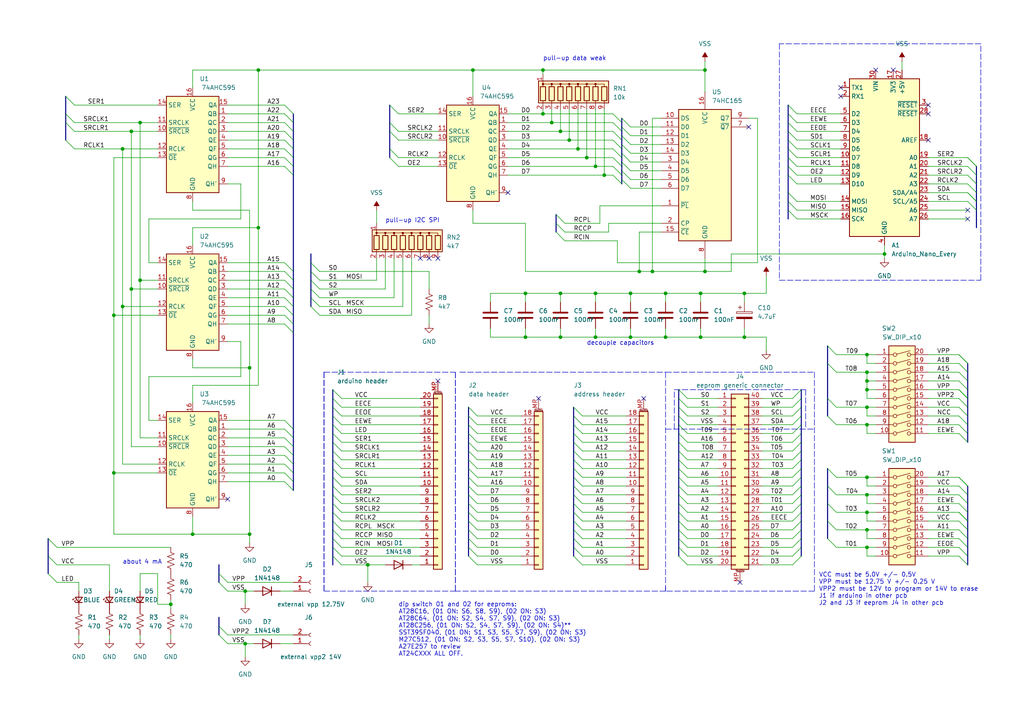
<source format=kicad_sch>
(kicad_sch (version 20211123) (generator eeschema)
  (paper "A4")
  (title_block (title "eeprogramer") (date "02/09/2022") (rev "0.0") (company "alvaro gomes sobral barcellos"))
  (lib_symbols
    (symbol "74xx:74AHC595"
      (property "Reference" "U" (at -7.62 13.97 0))
      (property "Value" "74AHC595" (at -7.62 -16.51 0))
      (symbol "74AHC595_1_0"
        (pin tri_state line (at 10.16 7.62 180) (length 2.54) (name "QB") (number "1"))
        (pin input line (at -10.16 2.54 0) (length 2.54) (name "~{SRCLR}") (number "10"))
        (pin input line (at -10.16 5.08 0) (length 2.54) (name "SRCLK") (number "11"))
        (pin input line (at -10.16 -2.54 0) (length 2.54) (name "RCLK") (number "12"))
        (pin input line (at -10.16 -5.08 0) (length 2.54) (name "~{OE}") (number "13"))
        (pin input line (at -10.16 10.16 0) (length 2.54) (name "SER") (number "14"))
        (pin tri_state line (at 10.16 10.16 180) (length 2.54) (name "QA") (number "15"))
        (pin power_in line (at 0 15.24 270) (length 2.54) (name "VCC") (number "16"))
        (pin tri_state line (at 10.16 5.08 180) (length 2.54) (name "QC") (number "2"))
        (pin tri_state line (at 10.16 2.54 180) (length 2.54) (name "QD") (number "3"))
        (pin tri_state line (at 10.16 0 180) (length 2.54) (name "QE") (number "4"))
        (pin tri_state line (at 10.16 -2.54 180) (length 2.54) (name "QF") (number "5"))
        (pin tri_state line (at 10.16 -5.08 180) (length 2.54) (name "QG") (number "6"))
        (pin tri_state line (at 10.16 -7.62 180) (length 2.54) (name "QH") (number "7"))
        (pin power_in line (at 0 -17.78 90) (length 2.54) (name "GND") (number "8"))
        (pin output line (at 10.16 -12.7 180) (length 2.54) (name "QH'") (number "9"))
      )
    )
    (symbol "74xx:74HC165"
      (property "Reference" "U" (at -7.62 19.05 0))
      (property "Value" "74HC165" (at -7.62 -21.59 0))
      (symbol "74HC165_1_0"
        (pin input line (at -12.7 -10.16 0) (length 5.08) (name "~{PL}") (number "1"))
        (pin input line (at -12.7 15.24 0) (length 5.08) (name "DS") (number "10"))
        (pin input line (at -12.7 12.7 0) (length 5.08) (name "D0") (number "11"))
        (pin input line (at -12.7 10.16 0) (length 5.08) (name "D1") (number "12"))
        (pin input line (at -12.7 7.62 0) (length 5.08) (name "D2") (number "13"))
        (pin input line (at -12.7 5.08 0) (length 5.08) (name "D3") (number "14"))
        (pin input line (at -12.7 -17.78 0) (length 5.08) (name "~{CE}") (number "15"))
        (pin power_in line (at 0 22.86 270) (length 5.08) (name "VCC") (number "16"))
        (pin input line (at -12.7 -15.24 0) (length 5.08) (name "CP") (number "2"))
        (pin input line (at -12.7 2.54 0) (length 5.08) (name "D4") (number "3"))
        (pin input line (at -12.7 0 0) (length 5.08) (name "D5") (number "4"))
        (pin input line (at -12.7 -2.54 0) (length 5.08) (name "D6") (number "5"))
        (pin input line (at -12.7 -5.08 0) (length 5.08) (name "D7") (number "6"))
        (pin output line (at 12.7 12.7 180) (length 5.08) (name "~{Q7}") (number "7"))
        (pin power_in line (at 0 -25.4 90) (length 5.08) (name "GND") (number "8"))
        (pin output line (at 12.7 15.24 180) (length 5.08) (name "Q7") (number "9"))
      )
    )
    (symbol "Connector:Conn_01x02_Female" (pin_names (offset 1.016) hide)
      (property "Reference" "J" (at 0 2.54 0))
      (property "Value" "Conn_01x02_Female" (at 0 -5.08 0))
      (symbol "Conn_01x02_Female_1_1"
        (pin passive line (at -5.08 0 0) (length 3.81) (name "Pin_1") (number "1"))
        (pin passive line (at -5.08 -2.54 0) (length 3.81) (name "Pin_2") (number "2"))
      )
    )
    (symbol "Connector_Generic_MountingPin:Conn_01x18_MountingPin" (pin_names (offset 1.016) hide)
      (property "Reference" "J" (at 0 22.86 0))
      (property "Value" "Conn_01x18_MountingPin" (at 1.27 -25.4 0))
      (symbol "Conn_01x18_MountingPin_1_1"
        (text "Mounting" (at 0 -24.511 0) (effects (font (size 0.381 0.381))))
        (pin passive line (at -5.08 20.32 0) (length 3.81) (name "Pin_1") (number "1"))
        (pin passive line (at -5.08 -2.54 0) (length 3.81) (name "Pin_10") (number "10"))
        (pin passive line (at -5.08 -5.08 0) (length 3.81) (name "Pin_11") (number "11"))
        (pin passive line (at -5.08 -7.62 0) (length 3.81) (name "Pin_12") (number "12"))
        (pin passive line (at -5.08 -10.16 0) (length 3.81) (name "Pin_13") (number "13"))
        (pin passive line (at -5.08 -12.7 0) (length 3.81) (name "Pin_14") (number "14"))
        (pin passive line (at -5.08 -15.24 0) (length 3.81) (name "Pin_15") (number "15"))
        (pin passive line (at -5.08 -17.78 0) (length 3.81) (name "Pin_16") (number "16"))
        (pin passive line (at -5.08 -20.32 0) (length 3.81) (name "Pin_17") (number "17"))
        (pin passive line (at -5.08 -22.86 0) (length 3.81) (name "Pin_18") (number "18"))
        (pin passive line (at -5.08 17.78 0) (length 3.81) (name "Pin_2") (number "2"))
        (pin passive line (at -5.08 15.24 0) (length 3.81) (name "Pin_3") (number "3"))
        (pin passive line (at -5.08 12.7 0) (length 3.81) (name "Pin_4") (number "4"))
        (pin passive line (at -5.08 10.16 0) (length 3.81) (name "Pin_5") (number "5"))
        (pin passive line (at -5.08 7.62 0) (length 3.81) (name "Pin_6") (number "6"))
        (pin passive line (at -5.08 5.08 0) (length 3.81) (name "Pin_7") (number "7"))
        (pin passive line (at -5.08 2.54 0) (length 3.81) (name "Pin_8") (number "8"))
        (pin passive line (at -5.08 0 0) (length 3.81) (name "Pin_9") (number "9"))
        (pin passive line (at 0 -27.94 90) (length 3.048) (name "MountPin") (number "MP"))
      )
    )
    (symbol "Connector_Generic_MountingPin:Conn_01x20_MountingPin" (pin_names (offset 1.016) hide)
      (property "Reference" "J" (at 0 25.4 0))
      (property "Value" "Conn_01x20_MountingPin" (at 1.27 -27.94 0))
      (symbol "Conn_01x20_MountingPin_1_1"
        (text "Mounting" (at 0 -27.051 0) (effects (font (size 0.381 0.381))))
        (pin passive line (at -5.08 22.86 0) (length 3.81) (name "Pin_1") (number "1"))
        (pin passive line (at -5.08 0 0) (length 3.81) (name "Pin_10") (number "10"))
        (pin passive line (at -5.08 -2.54 0) (length 3.81) (name "Pin_11") (number "11"))
        (pin passive line (at -5.08 -5.08 0) (length 3.81) (name "Pin_12") (number "12"))
        (pin passive line (at -5.08 -7.62 0) (length 3.81) (name "Pin_13") (number "13"))
        (pin passive line (at -5.08 -10.16 0) (length 3.81) (name "Pin_14") (number "14"))
        (pin passive line (at -5.08 -12.7 0) (length 3.81) (name "Pin_15") (number "15"))
        (pin passive line (at -5.08 -15.24 0) (length 3.81) (name "Pin_16") (number "16"))
        (pin passive line (at -5.08 -17.78 0) (length 3.81) (name "Pin_17") (number "17"))
        (pin passive line (at -5.08 -20.32 0) (length 3.81) (name "Pin_18") (number "18"))
        (pin passive line (at -5.08 -22.86 0) (length 3.81) (name "Pin_19") (number "19"))
        (pin passive line (at -5.08 20.32 0) (length 3.81) (name "Pin_2") (number "2"))
        (pin passive line (at -5.08 -25.4 0) (length 3.81) (name "Pin_20") (number "20"))
        (pin passive line (at -5.08 17.78 0) (length 3.81) (name "Pin_3") (number "3"))
        (pin passive line (at -5.08 15.24 0) (length 3.81) (name "Pin_4") (number "4"))
        (pin passive line (at -5.08 12.7 0) (length 3.81) (name "Pin_5") (number "5"))
        (pin passive line (at -5.08 10.16 0) (length 3.81) (name "Pin_6") (number "6"))
        (pin passive line (at -5.08 7.62 0) (length 3.81) (name "Pin_7") (number "7"))
        (pin passive line (at -5.08 5.08 0) (length 3.81) (name "Pin_8") (number "8"))
        (pin passive line (at -5.08 2.54 0) (length 3.81) (name "Pin_9") (number "9"))
        (pin passive line (at 0 -30.48 90) (length 3.048) (name "MountPin") (number "MP"))
      )
    )
    (symbol "Connector_Generic_MountingPin:Conn_02x20_Counter_Clockwise_MountingPin" (pin_names (offset 1.016) hide)
      (property "Reference" "J" (at 1.27 25.4 0))
      (property "Value" "Conn_02x20_Counter_Clockwise_MountingPin" (at 2.54 -27.94 0))
      (symbol "Conn_02x20_Counter_Clockwise_MountingPin_1_1"
        (text "Mounting" (at 1.27 -27.051 0) (effects (font (size 0.381 0.381))))
        (pin passive line (at -5.08 22.86 0) (length 3.81) (name "Pin_1") (number "1"))
        (pin passive line (at -5.08 0 0) (length 3.81) (name "Pin_10") (number "10"))
        (pin passive line (at -5.08 -2.54 0) (length 3.81) (name "Pin_11") (number "11"))
        (pin passive line (at -5.08 -5.08 0) (length 3.81) (name "Pin_12") (number "12"))
        (pin passive line (at -5.08 -7.62 0) (length 3.81) (name "Pin_13") (number "13"))
        (pin passive line (at -5.08 -10.16 0) (length 3.81) (name "Pin_14") (number "14"))
        (pin passive line (at -5.08 -12.7 0) (length 3.81) (name "Pin_15") (number "15"))
        (pin passive line (at -5.08 -15.24 0) (length 3.81) (name "Pin_16") (number "16"))
        (pin passive line (at -5.08 -17.78 0) (length 3.81) (name "Pin_17") (number "17"))
        (pin passive line (at -5.08 -20.32 0) (length 3.81) (name "Pin_18") (number "18"))
        (pin passive line (at -5.08 -22.86 0) (length 3.81) (name "Pin_19") (number "19"))
        (pin passive line (at -5.08 20.32 0) (length 3.81) (name "Pin_2") (number "2"))
        (pin passive line (at -5.08 -25.4 0) (length 3.81) (name "Pin_20") (number "20"))
        (pin passive line (at 7.62 -25.4 180) (length 3.81) (name "Pin_21") (number "21"))
        (pin passive line (at 7.62 -22.86 180) (length 3.81) (name "Pin_22") (number "22"))
        (pin passive line (at 7.62 -20.32 180) (length 3.81) (name "Pin_23") (number "23"))
        (pin passive line (at 7.62 -17.78 180) (length 3.81) (name "Pin_24") (number "24"))
        (pin passive line (at 7.62 -15.24 180) (length 3.81) (name "Pin_25") (number "25"))
        (pin passive line (at 7.62 -12.7 180) (length 3.81) (name "Pin_26") (number "26"))
        (pin passive line (at 7.62 -10.16 180) (length 3.81) (name "Pin_27") (number "27"))
        (pin passive line (at 7.62 -7.62 180) (length 3.81) (name "Pin_28") (number "28"))
        (pin passive line (at 7.62 -5.08 180) (length 3.81) (name "Pin_29") (number "29"))
        (pin passive line (at -5.08 17.78 0) (length 3.81) (name "Pin_3") (number "3"))
        (pin passive line (at 7.62 -2.54 180) (length 3.81) (name "Pin_30") (number "30"))
        (pin passive line (at 7.62 0 180) (length 3.81) (name "Pin_31") (number "31"))
        (pin passive line (at 7.62 2.54 180) (length 3.81) (name "Pin_32") (number "32"))
        (pin passive line (at 7.62 5.08 180) (length 3.81) (name "Pin_33") (number "33"))
        (pin passive line (at 7.62 7.62 180) (length 3.81) (name "Pin_34") (number "34"))
        (pin passive line (at 7.62 10.16 180) (length 3.81) (name "Pin_35") (number "35"))
        (pin passive line (at 7.62 12.7 180) (length 3.81) (name "Pin_36") (number "36"))
        (pin passive line (at 7.62 15.24 180) (length 3.81) (name "Pin_37") (number "37"))
        (pin passive line (at 7.62 17.78 180) (length 3.81) (name "Pin_38") (number "38"))
        (pin passive line (at 7.62 20.32 180) (length 3.81) (name "Pin_39") (number "39"))
        (pin passive line (at -5.08 15.24 0) (length 3.81) (name "Pin_4") (number "4"))
        (pin passive line (at 7.62 22.86 180) (length 3.81) (name "Pin_40") (number "40"))
        (pin passive line (at -5.08 12.7 0) (length 3.81) (name "Pin_5") (number "5"))
        (pin passive line (at -5.08 10.16 0) (length 3.81) (name "Pin_6") (number "6"))
        (pin passive line (at -5.08 7.62 0) (length 3.81) (name "Pin_7") (number "7"))
        (pin passive line (at -5.08 5.08 0) (length 3.81) (name "Pin_8") (number "8"))
        (pin passive line (at -5.08 2.54 0) (length 3.81) (name "Pin_9") (number "9"))
        (pin passive line (at 1.27 -30.48 90) (length 3.048) (name "MountPin") (number "MP"))
      )
    )
    (symbol "Device:C" (pin_numbers hide) (pin_names (offset 0.254))
      (property "Reference" "C" (at 0.635 2.54 0))
      (property "Value" "C" (at 0.635 -2.54 0))
      (symbol "C_1_1"
        (pin passive line (at 0 3.81 270) (length 2.794) (name "~") (number "1"))
        (pin passive line (at 0 -3.81 90) (length 2.794) (name "~") (number "2"))
      )
    )
    (symbol "Device:C_Polarized" (pin_numbers hide) (pin_names (offset 0.254))
      (property "Reference" "C" (at 0.635 2.54 0))
      (property "Value" "C_Polarized" (at 0.635 -2.54 0))
      (symbol "C_Polarized_1_1"
        (pin passive line (at 0 3.81 270) (length 2.794) (name "~") (number "1"))
        (pin passive line (at 0 -3.81 90) (length 2.794) (name "~") (number "2"))
      )
    )
    (symbol "Device:LED_Small" (pin_numbers hide) (pin_names (offset 0.254) hide)
      (property "Reference" "D" (at -1.27 3.175 0))
      (property "Value" "LED_Small" (at -4.445 -2.54 0))
      (symbol "LED_Small_1_1"
        (pin passive line (at -2.54 0 0) (length 1.778) (name "K") (number "1"))
        (pin passive line (at 2.54 0 180) (length 1.778) (name "A") (number "2"))
      )
    )
    (symbol "Device:R_Network08" (pin_names (offset 0) hide)
      (property "Reference" "RN" (at -12.7 0 90))
      (property "Value" "R_Network08" (at 10.16 0 90))
      (symbol "R_Network08_1_1"
        (pin passive line (at -10.16 5.08 270) (length 2.54) (name "common") (number "1"))
        (pin passive line (at -10.16 -5.08 90) (length 1.27) (name "R1") (number "2"))
        (pin passive line (at -7.62 -5.08 90) (length 1.27) (name "R2") (number "3"))
        (pin passive line (at -5.08 -5.08 90) (length 1.27) (name "R3") (number "4"))
        (pin passive line (at -2.54 -5.08 90) (length 1.27) (name "R4") (number "5"))
        (pin passive line (at 0 -5.08 90) (length 1.27) (name "R5") (number "6"))
        (pin passive line (at 2.54 -5.08 90) (length 1.27) (name "R6") (number "7"))
        (pin passive line (at 5.08 -5.08 90) (length 1.27) (name "R7") (number "8"))
        (pin passive line (at 7.62 -5.08 90) (length 1.27) (name "R8") (number "9"))
      )
    )
    (symbol "Device:R_US" (pin_numbers hide) (pin_names (offset 0))
      (property "Reference" "R" (at 2.54 0 90))
      (property "Value" "R_US" (at -2.54 0 90))
      (symbol "R_US_1_1"
        (pin passive line (at 0 3.81 270) (length 1.27) (name "~") (number "1"))
        (pin passive line (at 0 -3.81 90) (length 1.27) (name "~") (number "2"))
      )
    )
    (symbol "Diode:1N4148" (pin_numbers hide) (pin_names (offset 1.016) hide)
      (property "Reference" "D" (at 0 2.54 0))
      (property "Value" "1N4148" (at 0 -2.54 0))
      (symbol "1N4148_1_1"
        (pin passive line (at -3.81 0 0) (length 2.54) (name "K") (number "1"))
        (pin passive line (at 3.81 0 180) (length 2.54) (name "A") (number "2"))
      )
    )
    (symbol "MCU_Module:Arduino_Nano_Every"
      (property "Reference" "A" (at -10.16 23.495 0))
      (property "Value" "Arduino_Nano_Every" (at 5.08 -24.13 0))
      (symbol "Arduino_Nano_Every_1_1"
        (pin bidirectional line (at -12.7 20.32 0) (length 2.54) (name "TX1") (number "1"))
        (pin bidirectional line (at -12.7 0 0) (length 2.54) (name "D7") (number "10"))
        (pin bidirectional line (at -12.7 -2.54 0) (length 2.54) (name "D8") (number "11"))
        (pin bidirectional line (at -12.7 -5.08 0) (length 2.54) (name "D9") (number "12"))
        (pin bidirectional line (at -12.7 -7.62 0) (length 2.54) (name "D10") (number "13"))
        (pin bidirectional line (at -12.7 -12.7 0) (length 2.54) (name "MOSI") (number "14"))
        (pin bidirectional line (at -12.7 -15.24 0) (length 2.54) (name "MISO") (number "15"))
        (pin bidirectional line (at -12.7 -17.78 0) (length 2.54) (name "SCK") (number "16"))
        (pin power_out line (at 2.54 25.4 270) (length 2.54) (name "3V3") (number "17"))
        (pin input line (at 12.7 5.08 180) (length 2.54) (name "AREF") (number "18"))
        (pin bidirectional line (at 12.7 0 180) (length 2.54) (name "A0") (number "19"))
        (pin bidirectional line (at -12.7 17.78 0) (length 2.54) (name "RX1") (number "2"))
        (pin bidirectional line (at 12.7 -2.54 180) (length 2.54) (name "A1") (number "20"))
        (pin bidirectional line (at 12.7 -5.08 180) (length 2.54) (name "A2") (number "21"))
        (pin bidirectional line (at 12.7 -7.62 180) (length 2.54) (name "A3") (number "22"))
        (pin bidirectional line (at 12.7 -10.16 180) (length 2.54) (name "SDA/A4") (number "23"))
        (pin bidirectional line (at 12.7 -12.7 180) (length 2.54) (name "SCL/A5") (number "24"))
        (pin bidirectional line (at 12.7 -15.24 180) (length 2.54) (name "A6") (number "25"))
        (pin bidirectional line (at 12.7 -17.78 180) (length 2.54) (name "A7") (number "26"))
        (pin power_out line (at 5.08 25.4 270) (length 2.54) (name "+5V") (number "27"))
        (pin input line (at 12.7 12.7 180) (length 2.54) (name "~{RESET}") (number "28"))
        (pin passive line (at 0 -25.4 90) (length 2.54) hide (name "GND") (number "29"))
        (pin input line (at 12.7 15.24 180) (length 2.54) (name "~{RESET}") (number "3"))
        (pin power_in line (at -2.54 25.4 270) (length 2.54) (name "VIN") (number "30"))
        (pin power_in line (at 0 -25.4 90) (length 2.54) (name "GND") (number "4"))
        (pin bidirectional line (at -12.7 12.7 0) (length 2.54) (name "D2") (number "5"))
        (pin bidirectional line (at -12.7 10.16 0) (length 2.54) (name "D3") (number "6"))
        (pin bidirectional line (at -12.7 7.62 0) (length 2.54) (name "D4") (number "7"))
        (pin bidirectional line (at -12.7 5.08 0) (length 2.54) (name "D5") (number "8"))
        (pin bidirectional line (at -12.7 2.54 0) (length 2.54) (name "D6") (number "9"))
      )
    )
    (symbol "Switch:SW_DIP_x10" (pin_names (offset 0) hide)
      (property "Reference" "SW" (at 0 16.51 0))
      (property "Value" "SW_DIP_x10" (at 0 -13.97 0))
      (symbol "SW_DIP_x10_1_1"
        (pin passive line (at -7.62 12.7 0) (length 5.08) (name "~") (number "1"))
        (pin passive line (at -7.62 -10.16 0) (length 5.08) (name "~") (number "10"))
        (pin passive line (at 7.62 -10.16 180) (length 5.08) (name "~") (number "11"))
        (pin passive line (at 7.62 -7.62 180) (length 5.08) (name "~") (number "12"))
        (pin passive line (at 7.62 -5.08 180) (length 5.08) (name "~") (number "13"))
        (pin passive line (at 7.62 -2.54 180) (length 5.08) (name "~") (number "14"))
        (pin passive line (at 7.62 0 180) (length 5.08) (name "~") (number "15"))
        (pin passive line (at 7.62 2.54 180) (length 5.08) (name "~") (number "16"))
        (pin passive line (at 7.62 5.08 180) (length 5.08) (name "~") (number "17"))
        (pin passive line (at 7.62 7.62 180) (length 5.08) (name "~") (number "18"))
        (pin passive line (at 7.62 10.16 180) (length 5.08) (name "~") (number "19"))
        (pin passive line (at -7.62 10.16 0) (length 5.08) (name "~") (number "2"))
        (pin passive line (at 7.62 12.7 180) (length 5.08) (name "~") (number "20"))
        (pin passive line (at -7.62 7.62 0) (length 5.08) (name "~") (number "3"))
        (pin passive line (at -7.62 5.08 0) (length 5.08) (name "~") (number "4"))
        (pin passive line (at -7.62 2.54 0) (length 5.08) (name "~") (number "5"))
        (pin passive line (at -7.62 0 0) (length 5.08) (name "~") (number "6"))
        (pin passive line (at -7.62 -2.54 0) (length 5.08) (name "~") (number "7"))
        (pin passive line (at -7.62 -5.08 0) (length 5.08) (name "~") (number "8"))
        (pin passive line (at -7.62 -7.62 0) (length 5.08) (name "~") (number "9"))
      )
    )
    (symbol "power:GND" (power) (pin_names (offset 0))
      (property "Value" "GND" (at 0 -3.81 0))
      (symbol "GND_1_1"
        (pin power_in line (at 0 0 270) (length 0) hide (name "GND") (number "1"))
      )
    )
    (symbol "power:VSS" (power) (pin_names (offset 0))
      (property "Value" "VSS" (at 0 3.81 0))
      (symbol "VSS_1_1"
        (pin power_in line (at 0 0 90) (length 0) hide (name "VSS") (number "1"))
      )
    )
  )
  (junction (at 182.88 97.79))
  (junction (at 71.12 186.69))
  (junction (at 251.46 113.03))
  (junction (at 38.1 38.1))
  (junction (at 251.46 143.51))
  (junction (at 72.39 106.68))
  (junction (at 170.18 45.72))
  (junction (at 49.53 175.26))
  (junction (at 203.2 97.79))
  (junction (at 256.54 73.66))
  (junction (at 251.46 102.87))
  (junction (at 72.39 154.94))
  (junction (at 251.46 123.19))
  (junction (at 152.4 97.79))
  (junction (at 38.1 83.82))
  (junction (at 251.46 158.75))
  (junction (at 106.68 163.83))
  (junction (at 251.46 153.67))
  (junction (at 165.1 40.64))
  (junction (at 251.46 138.43))
  (junction (at 182.88 85.09))
  (junction (at 152.4 85.09))
  (junction (at 172.72 85.09))
  (junction (at 55.88 154.94))
  (junction (at 162.56 85.09))
  (junction (at 71.12 171.45))
  (junction (at 157.48 20.32))
  (junction (at 185.42 78.74))
  (junction (at 74.93 20.32))
  (junction (at 74.93 66.04))
  (junction (at 33.02 91.44))
  (junction (at 204.47 20.32))
  (junction (at 189.23 78.74))
  (junction (at 251.46 148.59))
  (junction (at 175.26 50.8))
  (junction (at 172.72 48.26))
  (junction (at 160.02 35.56))
  (junction (at 35.56 43.18))
  (junction (at 203.2 85.09))
  (junction (at 172.72 97.79))
  (junction (at 251.46 118.11))
  (junction (at 193.04 85.09))
  (junction (at 167.64 43.18))
  (junction (at 215.9 97.79))
  (junction (at 157.48 33.02))
  (junction (at 162.56 97.79))
  (junction (at 33.02 137.16))
  (junction (at 137.16 20.32))
  (junction (at 162.56 38.1))
  (junction (at 40.64 35.56))
  (junction (at 204.47 78.74))
  (junction (at 251.46 107.95))
  (junction (at 35.56 88.9))
  (junction (at 251.46 110.49))
  (junction (at 193.04 97.79))
  (junction (at 40.64 81.28))
  (junction (at 215.9 85.09))
  (no_connect (at 254 20.32))
  (no_connect (at 217.17 36.83))
  (no_connect (at 121.92 74.93))
  (no_connect (at 124.46 74.93))
  (no_connect (at 127 74.93))
  (no_connect (at 280.67 60.96))
  (no_connect (at 280.67 63.5))
  (no_connect (at 127 110.49))
  (no_connect (at 186.69 115.57))
  (no_connect (at 214.63 168.91))
  (no_connect (at 259.08 20.32))
  (no_connect (at 269.24 30.48))
  (no_connect (at 269.24 40.64))
  (no_connect (at 269.24 33.02))
  (no_connect (at 243.84 25.4))
  (no_connect (at 243.84 27.94))
  (no_connect (at 66.04 144.78))
  (no_connect (at 156.21 115.57))
  (no_connect (at 147.32 55.88))
  (bus_entry (at 135.89 128.27) (size 2.54 2.54))
  (bus_entry (at 240.03 115.57) (size 2.54 2.54))
  (bus_entry (at 240.03 105.41) (size 2.54 2.54))
  (bus_entry (at 240.03 120.65) (size 2.54 2.54))
  (bus_entry (at 232.41 146.05) (size -2.54 2.54))
  (bus_entry (at 278.13 148.59) (size 2.54 2.54))
  (bus_entry (at 228.6 40.64) (size 2.54 2.54))
  (bus_entry (at 196.85 135.89) (size 2.54 2.54))
  (bus_entry (at 166.37 123.19) (size 2.54 2.54))
  (bus_entry (at 180.34 34.29) (size 2.54 2.54))
  (bus_entry (at 196.85 153.67) (size 2.54 2.54))
  (bus_entry (at 196.85 156.21) (size 2.54 2.54))
  (bus_entry (at 90.17 78.74) (size 2.54 2.54))
  (bus_entry (at 228.6 33.02) (size 2.54 2.54))
  (bus_entry (at 278.13 153.67) (size 2.54 2.54))
  (bus_entry (at 278.13 156.21) (size 2.54 2.54))
  (bus_entry (at 166.37 146.05) (size 2.54 2.54))
  (bus_entry (at 177.8 45.72) (size 2.54 2.54))
  (bus_entry (at 232.41 130.81) (size -2.54 2.54))
  (bus_entry (at 278.13 113.03) (size 2.54 2.54))
  (bus_entry (at 232.41 161.29) (size -2.54 2.54))
  (bus_entry (at 278.13 138.43) (size 2.54 2.54))
  (bus_entry (at 196.85 158.75) (size 2.54 2.54))
  (bus_entry (at 240.03 146.05) (size 2.54 2.54))
  (bus_entry (at 280.67 55.88) (size 2.54 2.54))
  (bus_entry (at 280.67 45.72) (size 2.54 2.54))
  (bus_entry (at 196.85 161.29) (size 2.54 2.54))
  (bus_entry (at 177.8 33.02) (size 2.54 2.54))
  (bus_entry (at 135.89 135.89) (size 2.54 2.54))
  (bus_entry (at 63.5 181.61) (size 2.54 2.54))
  (bus_entry (at 228.6 58.42) (size 2.54 2.54))
  (bus_entry (at 196.85 143.51) (size 2.54 2.54))
  (bus_entry (at 232.41 151.13) (size -2.54 2.54))
  (bus_entry (at 196.85 118.11) (size 2.54 2.54))
  (bus_entry (at 113.03 35.56) (size 2.54 2.54))
  (bus_entry (at 113.03 45.72) (size 2.54 2.54))
  (bus_entry (at 113.03 43.18) (size 2.54 2.54))
  (bus_entry (at 113.03 38.1) (size 2.54 2.54))
  (bus_entry (at 113.03 30.48) (size 2.54 2.54))
  (bus_entry (at 161.29 62.23) (size 2.54 2.54))
  (bus_entry (at 161.29 64.77) (size 2.54 2.54))
  (bus_entry (at 166.37 130.81) (size 2.54 2.54))
  (bus_entry (at 196.85 128.27) (size 2.54 2.54))
  (bus_entry (at 278.13 138.43) (size 2.54 2.54))
  (bus_entry (at 63.5 184.15) (size 2.54 2.54))
  (bus_entry (at 240.03 100.33) (size 2.54 2.54))
  (bus_entry (at 196.85 125.73) (size 2.54 2.54))
  (bus_entry (at 232.41 138.43) (size -2.54 2.54))
  (bus_entry (at 135.89 143.51) (size 2.54 2.54))
  (bus_entry (at 196.85 120.65) (size 2.54 2.54))
  (bus_entry (at 228.6 43.18) (size 2.54 2.54))
  (bus_entry (at 196.85 130.81) (size 2.54 2.54))
  (bus_entry (at 180.34 44.45) (size 2.54 2.54))
  (bus_entry (at 180.34 49.53) (size 2.54 2.54))
  (bus_entry (at 180.34 52.07) (size 2.54 2.54))
  (bus_entry (at 180.34 36.83) (size 2.54 2.54))
  (bus_entry (at 180.34 46.99) (size 2.54 2.54))
  (bus_entry (at 180.34 41.91) (size 2.54 2.54))
  (bus_entry (at 180.34 39.37) (size 2.54 2.54))
  (bus_entry (at 232.41 140.97) (size -2.54 2.54))
  (bus_entry (at 166.37 148.59) (size 2.54 2.54))
  (bus_entry (at 278.13 113.03) (size 2.54 2.54))
  (bus_entry (at 135.89 138.43) (size 2.54 2.54))
  (bus_entry (at 228.6 30.48) (size 2.54 2.54))
  (bus_entry (at 135.89 151.13) (size 2.54 2.54))
  (bus_entry (at 240.03 140.97) (size 2.54 2.54))
  (bus_entry (at 166.37 143.51) (size 2.54 2.54))
  (bus_entry (at 278.13 120.65) (size 2.54 2.54))
  (bus_entry (at 278.13 118.11) (size 2.54 2.54))
  (bus_entry (at 135.89 158.75) (size 2.54 2.54))
  (bus_entry (at 196.85 115.57) (size 2.54 2.54))
  (bus_entry (at 196.85 113.03) (size 2.54 2.54))
  (bus_entry (at 166.37 151.13) (size 2.54 2.54))
  (bus_entry (at 232.41 125.73) (size -2.54 2.54))
  (bus_entry (at 240.03 135.89) (size 2.54 2.54))
  (bus_entry (at 228.6 48.26) (size 2.54 2.54))
  (bus_entry (at 177.8 43.18) (size 2.54 2.54))
  (bus_entry (at 63.5 168.91) (size 2.54 2.54))
  (bus_entry (at 177.8 38.1) (size 2.54 2.54))
  (bus_entry (at 278.13 146.05) (size 2.54 2.54))
  (bus_entry (at 135.89 146.05) (size 2.54 2.54))
  (bus_entry (at 19.05 27.94) (size 2.54 2.54))
  (bus_entry (at 278.13 102.87) (size 2.54 2.54))
  (bus_entry (at 135.89 153.67) (size 2.54 2.54))
  (bus_entry (at 177.8 48.26) (size 2.54 2.54))
  (bus_entry (at 232.41 118.11) (size -2.54 2.54))
  (bus_entry (at 177.8 35.56) (size 2.54 2.54))
  (bus_entry (at 135.89 161.29) (size 2.54 2.54))
  (bus_entry (at 135.89 118.11) (size 2.54 2.54))
  (bus_entry (at 166.37 118.11) (size 2.54 2.54))
  (bus_entry (at 166.37 161.29) (size 2.54 2.54))
  (bus_entry (at 278.13 140.97) (size 2.54 2.54))
  (bus_entry (at 82.55 33.02) (size 2.54 2.54))
  (bus_entry (at 82.55 30.48) (size 2.54 2.54))
  (bus_entry (at 82.55 35.56) (size 2.54 2.54))
  (bus_entry (at 82.55 38.1) (size 2.54 2.54))
  (bus_entry (at 82.55 45.72) (size 2.54 2.54))
  (bus_entry (at 82.55 78.74) (size 2.54 2.54))
  (bus_entry (at 82.55 40.64) (size 2.54 2.54))
  (bus_entry (at 82.55 43.18) (size 2.54 2.54))
  (bus_entry (at 82.55 48.26) (size 2.54 2.54))
  (bus_entry (at 82.55 83.82) (size 2.54 2.54))
  (bus_entry (at 82.55 81.28) (size 2.54 2.54))
  (bus_entry (at 82.55 76.2) (size 2.54 2.54))
  (bus_entry (at 82.55 93.98) (size 2.54 2.54))
  (bus_entry (at 82.55 86.36) (size 2.54 2.54))
  (bus_entry (at 82.55 91.44) (size 2.54 2.54))
  (bus_entry (at 82.55 88.9) (size 2.54 2.54))
  (bus_entry (at 19.05 40.64) (size 2.54 2.54))
  (bus_entry (at 232.41 115.57) (size -2.54 2.54))
  (bus_entry (at 13.97 161.29) (size 2.54 2.54))
  (bus_entry (at 13.97 156.21) (size 2.54 2.54))
  (bus_entry (at 96.52 123.19) (size 2.54 2.54))
  (bus_entry (at 232.41 143.51) (size -2.54 2.54))
  (bus_entry (at 135.89 120.65) (size 2.54 2.54))
  (bus_entry (at 232.41 156.21) (size -2.54 2.54))
  (bus_entry (at 96.52 120.65) (size 2.54 2.54))
  (bus_entry (at 232.41 120.65) (size -2.54 2.54))
  (bus_entry (at 196.85 148.59) (size 2.54 2.54))
  (bus_entry (at 96.52 125.73) (size 2.54 2.54))
  (bus_entry (at 96.52 128.27) (size 2.54 2.54))
  (bus_entry (at 96.52 135.89) (size 2.54 2.54))
  (bus_entry (at 96.52 138.43) (size 2.54 2.54))
  (bus_entry (at 96.52 133.35) (size 2.54 2.54))
  (bus_entry (at 96.52 130.81) (size 2.54 2.54))
  (bus_entry (at 96.52 140.97) (size 2.54 2.54))
  (bus_entry (at 96.52 143.51) (size 2.54 2.54))
  (bus_entry (at 96.52 146.05) (size 2.54 2.54))
  (bus_entry (at 96.52 156.21) (size 2.54 2.54))
  (bus_entry (at 96.52 151.13) (size 2.54 2.54))
  (bus_entry (at 96.52 153.67) (size 2.54 2.54))
  (bus_entry (at 96.52 148.59) (size 2.54 2.54))
  (bus_entry (at 96.52 113.03) (size 2.54 2.54))
  (bus_entry (at 228.6 45.72) (size 2.54 2.54))
  (bus_entry (at 135.89 133.35) (size 2.54 2.54))
  (bus_entry (at 13.97 166.37) (size 2.54 2.54))
  (bus_entry (at 166.37 138.43) (size 2.54 2.54))
  (bus_entry (at 177.8 50.8) (size 2.54 2.54))
  (bus_entry (at 166.37 135.89) (size 2.54 2.54))
  (bus_entry (at 278.13 143.51) (size 2.54 2.54))
  (bus_entry (at 166.37 156.21) (size 2.54 2.54))
  (bus_entry (at 278.13 123.19) (size 2.54 2.54))
  (bus_entry (at 278.13 115.57) (size 2.54 2.54))
  (bus_entry (at 278.13 105.41) (size 2.54 2.54))
  (bus_entry (at 196.85 140.97) (size 2.54 2.54))
  (bus_entry (at 166.37 133.35) (size 2.54 2.54))
  (bus_entry (at 135.89 123.19) (size 2.54 2.54))
  (bus_entry (at 196.85 133.35) (size 2.54 2.54))
  (bus_entry (at 196.85 123.19) (size 2.54 2.54))
  (bus_entry (at 232.41 148.59) (size -2.54 2.54))
  (bus_entry (at 280.67 48.26) (size 2.54 2.54))
  (bus_entry (at 161.29 67.31) (size 2.54 2.54))
  (bus_entry (at 63.5 166.37) (size 2.54 2.54))
  (bus_entry (at 82.55 134.62) (size 2.54 2.54))
  (bus_entry (at 82.55 132.08) (size 2.54 2.54))
  (bus_entry (at 82.55 129.54) (size 2.54 2.54))
  (bus_entry (at 82.55 137.16) (size 2.54 2.54))
  (bus_entry (at 82.55 139.7) (size 2.54 2.54))
  (bus_entry (at 82.55 124.46) (size 2.54 2.54))
  (bus_entry (at 82.55 121.92) (size 2.54 2.54))
  (bus_entry (at 82.55 127) (size 2.54 2.54))
  (bus_entry (at 232.41 128.27) (size -2.54 2.54))
  (bus_entry (at 278.13 158.75) (size 2.54 2.54))
  (bus_entry (at 278.13 161.29) (size 2.54 2.54))
  (bus_entry (at 96.52 161.29) (size 2.54 2.54))
  (bus_entry (at 96.52 158.75) (size 2.54 2.54))
  (bus_entry (at 135.89 130.81) (size 2.54 2.54))
  (bus_entry (at 19.05 35.56) (size 2.54 2.54))
  (bus_entry (at 135.89 156.21) (size 2.54 2.54))
  (bus_entry (at 280.67 55.88) (size 2.54 2.54))
  (bus_entry (at 280.67 58.42) (size 2.54 2.54))
  (bus_entry (at 240.03 151.13) (size 2.54 2.54))
  (bus_entry (at 196.85 151.13) (size 2.54 2.54))
  (bus_entry (at 135.89 148.59) (size 2.54 2.54))
  (bus_entry (at 278.13 148.59) (size 2.54 2.54))
  (bus_entry (at 166.37 128.27) (size 2.54 2.54))
  (bus_entry (at 228.6 55.88) (size 2.54 2.54))
  (bus_entry (at 166.37 120.65) (size 2.54 2.54))
  (bus_entry (at 90.17 81.28) (size 2.54 2.54))
  (bus_entry (at 166.37 158.75) (size 2.54 2.54))
  (bus_entry (at 166.37 140.97) (size 2.54 2.54))
  (bus_entry (at 135.89 140.97) (size 2.54 2.54))
  (bus_entry (at 96.52 115.57) (size 2.54 2.54))
  (bus_entry (at 96.52 118.11) (size 2.54 2.54))
  (bus_entry (at 196.85 138.43) (size 2.54 2.54))
  (bus_entry (at 232.41 153.67) (size -2.54 2.54))
  (bus_entry (at 280.67 45.72) (size 2.54 2.54))
  (bus_entry (at 228.6 35.56) (size 2.54 2.54))
  (bus_entry (at 177.8 40.64) (size 2.54 2.54))
  (bus_entry (at 232.41 133.35) (size -2.54 2.54))
  (bus_entry (at 228.6 38.1) (size 2.54 2.54))
  (bus_entry (at 228.6 60.96) (size 2.54 2.54))
  (bus_entry (at 280.67 53.34) (size 2.54 2.54))
  (bus_entry (at 240.03 156.21) (size 2.54 2.54))
  (bus_entry (at 232.41 158.75) (size -2.54 2.54))
  (bus_entry (at 228.6 50.8) (size 2.54 2.54))
  (bus_entry (at 278.13 102.87) (size 2.54 2.54))
  (bus_entry (at 280.67 50.8) (size 2.54 2.54))
  (bus_entry (at 196.85 146.05) (size 2.54 2.54))
  (bus_entry (at 278.13 107.95) (size 2.54 2.54))
  (bus_entry (at 90.17 76.2) (size 2.54 2.54))
  (bus_entry (at 135.89 125.73) (size 2.54 2.54))
  (bus_entry (at 166.37 125.73) (size 2.54 2.54))
  (bus_entry (at 232.41 135.89) (size -2.54 2.54))
  (bus_entry (at 232.41 123.19) (size -2.54 2.54))
  (bus_entry (at 278.13 125.73) (size 2.54 2.54))
  (bus_entry (at 19.05 33.02) (size 2.54 2.54))
  (bus_entry (at 278.13 110.49) (size 2.54 2.54))
  (bus_entry (at 90.17 83.82) (size 2.54 2.54))
  (bus_entry (at 90.17 86.36) (size 2.54 2.54))
  (bus_entry (at 90.17 88.9) (size 2.54 2.54))
  (bus_entry (at 232.41 113.03) (size -2.54 2.54))
  (bus_entry (at 166.37 153.67) (size 2.54 2.54))
  (bus_entry (at 278.13 151.13) (size 2.54 2.54))
  (bus (pts (xy 280.67 143.51) (xy 280.67 146.05)))
  (wire (pts (xy 251.46 158.75) (xy 254 158.75)))
  (wire (pts (xy 269.24 148.59) (xy 278.13 148.59)))
  (wire (pts (xy 269.24 118.11) (xy 278.13 118.11)))
  (wire (pts (xy 21.59 43.18) (xy 35.56 43.18)))
  (bus (pts (xy 63.5 181.61) (xy 63.5 184.15)))
  (wire (pts (xy 269.24 151.13) (xy 278.13 151.13)))
  (bus (pts (xy 96.52 125.73) (xy 96.52 128.27)))
  (wire (pts (xy 99.06 146.05) (xy 121.92 146.05)))
  (bus (pts (xy 196.85 123.19) (xy 196.85 125.73)))
  (wire (pts (xy 138.43 135.89) (xy 151.13 135.89)))
  (wire (pts (xy 138.43 158.75) (xy 151.13 158.75)))
  (wire (pts (xy 138.43 161.29) (xy 151.13 161.29)))
  (wire (pts (xy 203.2 95.25) (xy 203.2 97.79)))
  (wire (pts (xy 168.91 158.75) (xy 181.61 158.75)))
  (bus (pts (xy 232.41 123.19) (xy 232.41 125.73)))
  (bus (pts (xy 180.34 46.99) (xy 180.34 48.26)))
  (bus (pts (xy 283.21 55.88) (xy 283.21 58.42)))
  (wire (pts (xy 172.72 97.79) (xy 182.88 97.79)))
  (bus (pts (xy 196.85 113.03) (xy 196.85 115.57)))
  (wire (pts (xy 43.18 63.5) (xy 43.18 76.2)))
  (bus (pts (xy 161.29 62.23) (xy 161.29 64.77)))
  (polyline (pts (xy 133.35 107.95) (xy 193.04 107.95)))
  (wire (pts (xy 124.46 91.44) (xy 124.46 93.98)))
  (wire (pts (xy 142.24 85.09) (xy 152.4 85.09)))
  (wire (pts (xy 219.71 34.29) (xy 219.71 76.2)))
  (wire (pts (xy 229.87 143.51) (xy 220.98 143.51)))
  (wire (pts (xy 162.56 85.09) (xy 162.56 87.63)))
  (bus (pts (xy 85.09 86.36) (xy 85.09 88.9)))
  (wire (pts (xy 229.87 133.35) (xy 220.98 133.35)))
  (polyline (pts (xy 93.98 107.95) (xy 93.98 171.45)))
  (bus (pts (xy 240.03 105.41) (xy 240.03 115.57)))
  (wire (pts (xy 66.04 186.69) (xy 71.12 186.69)))
  (wire (pts (xy 215.9 97.79) (xy 222.25 97.79)))
  (wire (pts (xy 269.24 113.03) (xy 278.13 113.03)))
  (wire (pts (xy 162.56 31.75) (xy 162.56 38.1)))
  (wire (pts (xy 269.24 53.34) (xy 280.67 53.34)))
  (bus (pts (xy 280.67 105.41) (xy 280.67 107.95)))
  (wire (pts (xy 251.46 113.03) (xy 251.46 115.57)))
  (bus (pts (xy 228.6 48.26) (xy 228.6 50.8)))
  (wire (pts (xy 231.14 60.96) (xy 243.84 60.96)))
  (bus (pts (xy 166.37 156.21) (xy 166.37 158.75)))
  (bus (pts (xy 135.89 135.89) (xy 135.89 138.43)))
  (wire (pts (xy 137.16 20.32) (xy 157.48 20.32)))
  (wire (pts (xy 175.26 31.75) (xy 175.26 50.8)))
  (bus (pts (xy 280.67 156.21) (xy 280.67 158.75)))
  (wire (pts (xy 31.75 163.83) (xy 31.75 171.45)))
  (bus (pts (xy 85.09 124.46) (xy 85.09 127)))
  (wire (pts (xy 254 146.05) (xy 251.46 146.05)))
  (bus (pts (xy 280.67 113.03) (xy 280.67 115.57)))
  (bus (pts (xy 166.37 153.67) (xy 166.37 156.21)))
  (bus (pts (xy 232.41 135.89) (xy 232.41 138.43)))
  (wire (pts (xy 66.04 81.28) (xy 82.55 81.28)))
  (bus (pts (xy 85.09 139.7) (xy 85.09 142.24)))
  (wire (pts (xy 251.46 138.43) (xy 251.46 140.97)))
  (bus (pts (xy 280.67 120.65) (xy 280.67 123.19)))
  (wire (pts (xy 231.14 35.56) (xy 243.84 35.56)))
  (bus (pts (xy 85.09 137.16) (xy 85.09 139.7)))
  (bus (pts (xy 85.09 40.64) (xy 85.09 43.18)))
  (wire (pts (xy 92.71 86.36) (xy 114.3 86.36)))
  (wire (pts (xy 152.4 78.74) (xy 185.42 78.74)))
  (wire (pts (xy 251.46 151.13) (xy 254 151.13)))
  (bus (pts (xy 180.34 45.72) (xy 180.34 46.99)))
  (wire (pts (xy 182.88 52.07) (xy 191.77 52.07)))
  (wire (pts (xy 99.06 158.75) (xy 121.92 158.75)))
  (wire (pts (xy 66.04 43.18) (xy 82.55 43.18)))
  (wire (pts (xy 269.24 63.5) (xy 280.67 63.5)))
  (wire (pts (xy 45.72 35.56) (xy 40.64 35.56)))
  (wire (pts (xy 147.32 50.8) (xy 175.26 50.8)))
  (wire (pts (xy 66.04 30.48) (xy 82.55 30.48)))
  (polyline (pts (xy 193.04 107.95) (xy 236.22 107.95)))
  (wire (pts (xy 71.12 171.45) (xy 73.66 171.45)))
  (bus (pts (xy 180.34 36.83) (xy 180.34 38.1)))
  (wire (pts (xy 138.43 130.81) (xy 151.13 130.81)))
  (bus (pts (xy 180.34 43.18) (xy 180.34 44.45)))
  (wire (pts (xy 45.72 45.72) (xy 33.02 45.72)))
  (bus (pts (xy 196.85 133.35) (xy 196.85 135.89)))
  (bus (pts (xy 96.52 140.97) (xy 96.52 143.51)))
  (wire (pts (xy 269.24 153.67) (xy 278.13 153.67)))
  (wire (pts (xy 115.57 33.02) (xy 127 33.02)))
  (wire (pts (xy 92.71 88.9) (xy 116.84 88.9)))
  (polyline (pts (xy 193.04 171.45) (xy 132.08 171.45)))
  (bus (pts (xy 228.6 45.72) (xy 228.6 48.26)))
  (bus (pts (xy 240.03 151.13) (xy 240.03 156.21)))
  (bus (pts (xy 180.34 40.64) (xy 180.34 41.91)))
  (wire (pts (xy 152.4 85.09) (xy 152.4 87.63)))
  (bus (pts (xy 228.6 50.8) (xy 228.6 55.88)))
  (wire (pts (xy 31.75 184.15) (xy 31.75 185.42)))
  (bus (pts (xy 85.09 38.1) (xy 85.09 40.64)))
  (bus (pts (xy 196.85 118.11) (xy 196.85 120.65)))
  (wire (pts (xy 229.87 140.97) (xy 220.98 140.97)))
  (bus (pts (xy 96.52 128.27) (xy 96.52 130.81)))
  (bus (pts (xy 232.41 148.59) (xy 232.41 151.13)))
  (bus (pts (xy 113.03 38.1) (xy 113.03 43.18)))
  (wire (pts (xy 251.46 102.87) (xy 251.46 105.41)))
  (wire (pts (xy 172.72 85.09) (xy 182.88 85.09)))
  (wire (pts (xy 138.43 120.65) (xy 151.13 120.65)))
  (wire (pts (xy 172.72 85.09) (xy 172.72 87.63)))
  (wire (pts (xy 138.43 140.97) (xy 151.13 140.97)))
  (wire (pts (xy 182.88 39.37) (xy 191.77 39.37)))
  (wire (pts (xy 191.77 67.31) (xy 185.42 67.31)))
  (wire (pts (xy 189.23 78.74) (xy 204.47 78.74)))
  (bus (pts (xy 85.09 81.28) (xy 85.09 83.82)))
  (wire (pts (xy 152.4 95.25) (xy 152.4 97.79)))
  (wire (pts (xy 168.91 143.51) (xy 181.61 143.51)))
  (wire (pts (xy 119.38 74.93) (xy 119.38 91.44)))
  (wire (pts (xy 157.48 20.32) (xy 157.48 21.59)))
  (bus (pts (xy 280.67 151.13) (xy 280.67 153.67)))
  (wire (pts (xy 203.2 97.79) (xy 215.9 97.79)))
  (wire (pts (xy 66.04 38.1) (xy 82.55 38.1)))
  (wire (pts (xy 251.46 118.11) (xy 254 118.11)))
  (wire (pts (xy 199.39 146.05) (xy 208.28 146.05)))
  (wire (pts (xy 35.56 43.18) (xy 35.56 88.9)))
  (wire (pts (xy 217.17 34.29) (xy 219.71 34.29)))
  (bus (pts (xy 135.89 153.67) (xy 135.89 156.21)))
  (bus (pts (xy 196.85 125.73) (xy 196.85 128.27)))
  (bus (pts (xy 166.37 128.27) (xy 166.37 130.81)))
  (bus (pts (xy 232.41 128.27) (xy 232.41 130.81)))
  (bus (pts (xy 63.5 179.07) (xy 63.5 181.61)))
  (wire (pts (xy 66.04 127) (xy 82.55 127)))
  (wire (pts (xy 168.91 148.59) (xy 181.61 148.59)))
  (bus (pts (xy 135.89 146.05) (xy 135.89 148.59)))
  (wire (pts (xy 66.04 40.64) (xy 82.55 40.64)))
  (polyline (pts (xy 132.08 107.95) (xy 132.08 171.45)))
  (wire (pts (xy 199.39 156.21) (xy 208.28 156.21)))
  (wire (pts (xy 172.72 31.75) (xy 172.72 48.26)))
  (bus (pts (xy 196.85 148.59) (xy 196.85 151.13)))
  (wire (pts (xy 99.06 151.13) (xy 121.92 151.13)))
  (wire (pts (xy 162.56 38.1) (xy 177.8 38.1)))
  (wire (pts (xy 138.43 128.27) (xy 151.13 128.27)))
  (wire (pts (xy 66.04 121.92) (xy 82.55 121.92)))
  (wire (pts (xy 138.43 133.35) (xy 151.13 133.35)))
  (wire (pts (xy 43.18 109.22) (xy 43.18 121.92)))
  (bus (pts (xy 196.85 158.75) (xy 196.85 161.29)))
  (bus (pts (xy 180.34 41.91) (xy 180.34 43.18)))
  (wire (pts (xy 182.88 85.09) (xy 182.88 87.63)))
  (bus (pts (xy 232.41 156.21) (xy 232.41 158.75)))
  (bus (pts (xy 90.17 83.82) (xy 90.17 86.36)))
  (wire (pts (xy 92.71 83.82) (xy 111.76 83.82)))
  (wire (pts (xy 242.57 143.51) (xy 251.46 143.51)))
  (wire (pts (xy 16.51 158.75) (xy 49.53 158.75)))
  (bus (pts (xy 240.03 100.33) (xy 240.03 105.41)))
  (wire (pts (xy 193.04 97.79) (xy 203.2 97.79)))
  (wire (pts (xy 66.04 33.02) (xy 82.55 33.02)))
  (wire (pts (xy 251.46 102.87) (xy 254 102.87)))
  (bus (pts (xy 166.37 130.81) (xy 166.37 133.35)))
  (bus (pts (xy 161.29 64.77) (xy 161.29 67.31)))
  (bus (pts (xy 228.6 35.56) (xy 228.6 38.1)))
  (polyline (pts (xy 195.58 124.46) (xy 195.58 113.03)))
  (wire (pts (xy 157.48 20.32) (xy 204.47 20.32)))
  (bus (pts (xy 180.34 35.56) (xy 180.34 36.83)))
  (bus (pts (xy 19.05 27.94) (xy 19.05 33.02)))
  (bus (pts (xy 135.89 133.35) (xy 135.89 135.89)))
  (bus (pts (xy 280.67 123.19) (xy 280.67 125.73)))
  (wire (pts (xy 199.39 133.35) (xy 208.28 133.35)))
  (wire (pts (xy 191.77 34.29) (xy 189.23 34.29)))
  (wire (pts (xy 66.04 137.16) (xy 82.55 137.16)))
  (wire (pts (xy 231.14 33.02) (xy 243.84 33.02)))
  (wire (pts (xy 49.53 175.26) (xy 45.72 175.26)))
  (wire (pts (xy 66.04 129.54) (xy 82.55 129.54)))
  (wire (pts (xy 66.04 48.26) (xy 82.55 48.26)))
  (wire (pts (xy 269.24 50.8) (xy 280.67 50.8)))
  (wire (pts (xy 229.87 138.43) (xy 220.98 138.43)))
  (bus (pts (xy 196.85 156.21) (xy 196.85 158.75)))
  (bus (pts (xy 180.34 49.53) (xy 180.34 50.8)))
  (wire (pts (xy 251.46 107.95) (xy 251.46 110.49)))
  (wire (pts (xy 138.43 146.05) (xy 151.13 146.05)))
  (bus (pts (xy 280.67 161.29) (xy 280.67 163.83)))
  (bus (pts (xy 166.37 120.65) (xy 166.37 123.19)))
  (wire (pts (xy 66.04 168.91) (xy 85.09 168.91)))
  (polyline (pts (xy 284.48 81.28) (xy 284.48 12.7)))
  (wire (pts (xy 115.57 40.64) (xy 127 40.64)))
  (wire (pts (xy 168.91 163.83) (xy 181.61 163.83)))
  (bus (pts (xy 196.85 135.89) (xy 196.85 138.43)))
  (wire (pts (xy 40.64 127) (xy 45.72 127)))
  (bus (pts (xy 166.37 135.89) (xy 166.37 138.43)))
  (bus (pts (xy 63.5 166.37) (xy 63.5 168.91)))
  (wire (pts (xy 179.07 76.2) (xy 219.71 76.2)))
  (wire (pts (xy 251.46 143.51) (xy 251.46 146.05)))
  (wire (pts (xy 115.57 45.72) (xy 127 45.72)))
  (wire (pts (xy 220.98 118.11) (xy 229.87 118.11)))
  (wire (pts (xy 199.39 123.19) (xy 208.28 123.19)))
  (bus (pts (xy 96.52 130.81) (xy 96.52 133.35)))
  (bus (pts (xy 232.41 143.51) (xy 232.41 146.05)))
  (wire (pts (xy 45.72 43.18) (xy 35.56 43.18)))
  (wire (pts (xy 199.39 138.43) (xy 208.28 138.43)))
  (wire (pts (xy 222.25 97.79) (xy 222.25 101.6)))
  (wire (pts (xy 99.06 161.29) (xy 121.92 161.29)))
  (wire (pts (xy 269.24 120.65) (xy 278.13 120.65)))
  (wire (pts (xy 147.32 40.64) (xy 165.1 40.64)))
  (wire (pts (xy 254 110.49) (xy 251.46 110.49)))
  (wire (pts (xy 251.46 148.59) (xy 251.46 151.13)))
  (bus (pts (xy 85.09 78.74) (xy 85.09 81.28)))
  (wire (pts (xy 124.46 78.74) (xy 124.46 83.82)))
  (wire (pts (xy 38.1 129.54) (xy 45.72 129.54)))
  (bus (pts (xy 96.52 120.65) (xy 96.52 123.19)))
  (wire (pts (xy 242.57 118.11) (xy 251.46 118.11)))
  (wire (pts (xy 92.71 81.28) (xy 109.22 81.28)))
  (wire (pts (xy 185.42 67.31) (xy 185.42 78.74)))
  (wire (pts (xy 212.09 73.66) (xy 212.09 78.74)))
  (bus (pts (xy 96.52 148.59) (xy 96.52 151.13)))
  (bus (pts (xy 96.52 133.35) (xy 96.52 135.89)))
  (wire (pts (xy 229.87 125.73) (xy 220.98 125.73)))
  (polyline (pts (xy 93.98 107.95) (xy 93.98 171.45)))
  (wire (pts (xy 55.88 66.04) (xy 74.93 66.04)))
  (wire (pts (xy 99.06 115.57) (xy 121.92 115.57)))
  (wire (pts (xy 160.02 35.56) (xy 177.8 35.56)))
  (wire (pts (xy 66.04 184.15) (xy 85.09 184.15)))
  (bus (pts (xy 180.34 50.8) (xy 180.34 52.07)))
  (wire (pts (xy 66.04 134.62) (xy 82.55 134.62)))
  (bus (pts (xy 180.34 38.1) (xy 180.34 39.37)))
  (bus (pts (xy 180.34 39.37) (xy 180.34 40.64)))
  (bus (pts (xy 166.37 151.13) (xy 166.37 153.67)))
  (bus (pts (xy 166.37 138.43) (xy 166.37 140.97)))
  (wire (pts (xy 229.87 135.89) (xy 220.98 135.89)))
  (wire (pts (xy 92.71 78.74) (xy 124.46 78.74)))
  (wire (pts (xy 203.2 85.09) (xy 215.9 85.09)))
  (bus (pts (xy 283.21 58.42) (xy 283.21 60.96)))
  (wire (pts (xy 99.06 128.27) (xy 121.92 128.27)))
  (wire (pts (xy 269.24 156.21) (xy 278.13 156.21)))
  (bus (pts (xy 232.41 140.97) (xy 232.41 143.51)))
  (wire (pts (xy 137.16 60.96) (xy 137.16 64.77)))
  (wire (pts (xy 55.88 111.76) (xy 55.88 116.84)))
  (wire (pts (xy 137.16 27.94) (xy 137.16 20.32)))
  (wire (pts (xy 85.09 186.69) (xy 81.28 186.69)))
  (wire (pts (xy 152.4 85.09) (xy 162.56 85.09)))
  (wire (pts (xy 251.46 158.75) (xy 251.46 161.29)))
  (wire (pts (xy 229.87 163.83) (xy 220.98 163.83)))
  (bus (pts (xy 232.41 158.75) (xy 232.41 161.29)))
  (polyline (pts (xy 236.22 107.95) (xy 236.22 171.45)))
  (wire (pts (xy 199.39 153.67) (xy 208.28 153.67)))
  (wire (pts (xy 182.88 49.53) (xy 191.77 49.53)))
  (bus (pts (xy 180.34 52.07) (xy 180.34 53.34)))
  (wire (pts (xy 193.04 85.09) (xy 203.2 85.09)))
  (wire (pts (xy 251.46 113.03) (xy 254 113.03)))
  (wire (pts (xy 66.04 86.36) (xy 82.55 86.36)))
  (wire (pts (xy 269.24 143.51) (xy 278.13 143.51)))
  (wire (pts (xy 215.9 85.09) (xy 215.9 87.63)))
  (bus (pts (xy 96.52 161.29) (xy 96.52 163.83)))
  (wire (pts (xy 182.88 97.79) (xy 193.04 97.79)))
  (wire (pts (xy 22.86 184.15) (xy 22.86 185.42)))
  (wire (pts (xy 167.64 31.75) (xy 167.64 43.18)))
  (wire (pts (xy 55.88 154.94) (xy 72.39 154.94)))
  (wire (pts (xy 142.24 85.09) (xy 142.24 87.63)))
  (wire (pts (xy 256.54 73.66) (xy 212.09 73.66)))
  (wire (pts (xy 182.88 41.91) (xy 191.77 41.91)))
  (wire (pts (xy 167.64 43.18) (xy 177.8 43.18)))
  (wire (pts (xy 55.88 149.86) (xy 55.88 154.94)))
  (wire (pts (xy 114.3 74.93) (xy 114.3 86.36)))
  (wire (pts (xy 66.04 83.82) (xy 82.55 83.82)))
  (wire (pts (xy 176.53 64.77) (xy 176.53 67.31)))
  (bus (pts (xy 85.09 91.44) (xy 85.09 93.98)))
  (wire (pts (xy 251.46 143.51) (xy 254 143.51)))
  (wire (pts (xy 229.87 148.59) (xy 220.98 148.59)))
  (wire (pts (xy 116.84 74.93) (xy 116.84 88.9)))
  (wire (pts (xy 99.06 148.59) (xy 121.92 148.59)))
  (bus (pts (xy 113.03 43.18) (xy 113.03 45.72)))
  (bus (pts (xy 232.41 153.67) (xy 232.41 156.21)))
  (bus (pts (xy 96.52 143.51) (xy 96.52 146.05)))
  (wire (pts (xy 35.56 88.9) (xy 35.56 134.62)))
  (bus (pts (xy 113.03 30.48) (xy 113.03 35.56)))
  (polyline (pts (xy 226.06 12.7) (xy 226.06 81.28)))
  (bus (pts (xy 96.52 138.43) (xy 96.52 140.97)))
  (polyline (pts (xy 93.98 171.45) (xy 132.08 171.45)))
  (wire (pts (xy 269.24 125.73) (xy 278.13 125.73)))
  (wire (pts (xy 55.88 106.68) (xy 72.39 106.68)))
  (bus (pts (xy 166.37 146.05) (xy 166.37 148.59)))
  (bus (pts (xy 90.17 76.2) (xy 90.17 78.74)))
  (wire (pts (xy 182.88 95.25) (xy 182.88 97.79)))
  (wire (pts (xy 229.87 156.21) (xy 220.98 156.21)))
  (bus (pts (xy 13.97 156.21) (xy 13.97 161.29)))
  (wire (pts (xy 269.24 107.95) (xy 278.13 107.95)))
  (wire (pts (xy 66.04 88.9) (xy 82.55 88.9)))
  (bus (pts (xy 135.89 128.27) (xy 135.89 130.81)))
  (wire (pts (xy 229.87 128.27) (xy 220.98 128.27)))
  (polyline (pts (xy 193.04 124.46) (xy 236.22 124.46)))
  (wire (pts (xy 72.39 60.96) (xy 72.39 106.68)))
  (bus (pts (xy 228.6 43.18) (xy 228.6 45.72)))
  (bus (pts (xy 166.37 133.35) (xy 166.37 135.89)))
  (wire (pts (xy 138.43 163.83) (xy 151.13 163.83)))
  (wire (pts (xy 16.51 168.91) (xy 22.86 168.91)))
  (bus (pts (xy 135.89 158.75) (xy 135.89 161.29)))
  (wire (pts (xy 269.24 138.43) (xy 278.13 138.43)))
  (wire (pts (xy 33.02 91.44) (xy 45.72 91.44)))
  (bus (pts (xy 85.09 134.62) (xy 85.09 137.16)))
  (wire (pts (xy 231.14 50.8) (xy 243.84 50.8)))
  (wire (pts (xy 66.04 124.46) (xy 82.55 124.46)))
  (wire (pts (xy 168.91 153.67) (xy 181.61 153.67)))
  (wire (pts (xy 66.04 45.72) (xy 82.55 45.72)))
  (wire (pts (xy 182.88 46.99) (xy 191.77 46.99)))
  (wire (pts (xy 254 156.21) (xy 251.46 156.21)))
  (bus (pts (xy 240.03 115.57) (xy 240.03 120.65)))
  (wire (pts (xy 189.23 34.29) (xy 189.23 78.74)))
  (bus (pts (xy 85.09 96.52) (xy 85.09 124.46)))
  (wire (pts (xy 269.24 110.49) (xy 278.13 110.49)))
  (wire (pts (xy 147.32 35.56) (xy 160.02 35.56)))
  (wire (pts (xy 66.04 91.44) (xy 82.55 91.44)))
  (wire (pts (xy 269.24 45.72) (xy 280.67 45.72)))
  (wire (pts (xy 21.59 30.48) (xy 45.72 30.48)))
  (wire (pts (xy 66.04 171.45) (xy 71.12 171.45)))
  (wire (pts (xy 229.87 123.19) (xy 220.98 123.19)))
  (bus (pts (xy 240.03 140.97) (xy 240.03 146.05)))
  (bus (pts (xy 196.85 120.65) (xy 196.85 123.19)))
  (wire (pts (xy 199.39 163.83) (xy 208.28 163.83)))
  (wire (pts (xy 33.02 45.72) (xy 33.02 91.44)))
  (wire (pts (xy 99.06 123.19) (xy 121.92 123.19)))
  (wire (pts (xy 138.43 138.43) (xy 151.13 138.43)))
  (bus (pts (xy 135.89 130.81) (xy 135.89 133.35)))
  (bus (pts (xy 96.52 123.19) (xy 96.52 125.73)))
  (wire (pts (xy 43.18 121.92) (xy 45.72 121.92)))
  (bus (pts (xy 96.52 115.57) (xy 96.52 118.11)))
  (wire (pts (xy 168.91 151.13) (xy 181.61 151.13)))
  (wire (pts (xy 261.62 17.78) (xy 261.62 20.32)))
  (wire (pts (xy 33.02 154.94) (xy 55.88 154.94)))
  (wire (pts (xy 251.46 123.19) (xy 254 123.19)))
  (wire (pts (xy 251.46 153.67) (xy 251.46 156.21)))
  (wire (pts (xy 142.24 97.79) (xy 152.4 97.79)))
  (wire (pts (xy 204.47 78.74) (xy 204.47 74.93)))
  (wire (pts (xy 99.06 135.89) (xy 121.92 135.89)))
  (wire (pts (xy 33.02 91.44) (xy 33.02 137.16)))
  (wire (pts (xy 40.64 35.56) (xy 40.64 81.28)))
  (wire (pts (xy 69.85 63.5) (xy 43.18 63.5)))
  (wire (pts (xy 229.87 153.67) (xy 220.98 153.67)))
  (bus (pts (xy 232.41 115.57) (xy 232.41 118.11)))
  (bus (pts (xy 180.34 34.29) (xy 180.34 35.56)))
  (bus (pts (xy 96.52 153.67) (xy 96.52 156.21)))
  (bus (pts (xy 196.85 138.43) (xy 196.85 140.97)))
  (bus (pts (xy 240.03 135.89) (xy 240.03 140.97)))
  (wire (pts (xy 168.91 146.05) (xy 181.61 146.05)))
  (wire (pts (xy 99.06 140.97) (xy 121.92 140.97)))
  (bus (pts (xy 232.41 130.81) (xy 232.41 133.35)))
  (wire (pts (xy 168.91 156.21) (xy 181.61 156.21)))
  (bus (pts (xy 228.6 55.88) (xy 228.6 58.42)))
  (wire (pts (xy 109.22 74.93) (xy 109.22 81.28)))
  (wire (pts (xy 16.51 163.83) (xy 31.75 163.83)))
  (bus (pts (xy 166.37 123.19) (xy 166.37 125.73)))
  (wire (pts (xy 55.88 111.76) (xy 74.93 111.76)))
  (bus (pts (xy 232.41 151.13) (xy 232.41 153.67)))
  (wire (pts (xy 231.14 45.72) (xy 243.84 45.72)))
  (bus (pts (xy 96.52 151.13) (xy 96.52 153.67)))
  (wire (pts (xy 40.64 81.28) (xy 40.64 127)))
  (wire (pts (xy 242.57 107.95) (xy 251.46 107.95)))
  (bus (pts (xy 96.52 156.21) (xy 96.52 158.75)))
  (wire (pts (xy 152.4 64.77) (xy 152.4 78.74)))
  (wire (pts (xy 242.57 148.59) (xy 251.46 148.59)))
  (wire (pts (xy 256.54 73.66) (xy 256.54 71.12)))
  (bus (pts (xy 90.17 78.74) (xy 90.17 81.28)))
  (wire (pts (xy 199.39 151.13) (xy 208.28 151.13)))
  (wire (pts (xy 38.1 83.82) (xy 38.1 129.54)))
  (bus (pts (xy 90.17 81.28) (xy 90.17 83.82)))
  (wire (pts (xy 191.77 64.77) (xy 176.53 64.77)))
  (bus (pts (xy 196.85 130.81) (xy 196.85 133.35)))
  (bus (pts (xy 135.89 156.21) (xy 135.89 158.75)))
  (wire (pts (xy 72.39 106.68) (xy 72.39 154.94)))
  (wire (pts (xy 242.57 102.87) (xy 251.46 102.87)))
  (wire (pts (xy 55.88 60.96) (xy 72.39 60.96)))
  (wire (pts (xy 138.43 156.21) (xy 151.13 156.21)))
  (bus (pts (xy 166.37 148.59) (xy 166.37 151.13)))
  (bus (pts (xy 85.09 83.82) (xy 85.09 86.36)))
  (bus (pts (xy 180.34 48.26) (xy 180.34 49.53)))
  (wire (pts (xy 66.04 139.7) (xy 82.55 139.7)))
  (wire (pts (xy 251.46 105.41) (xy 254 105.41)))
  (bus (pts (xy 63.5 163.83) (xy 63.5 166.37)))
  (wire (pts (xy 106.68 163.83) (xy 106.68 168.91)))
  (wire (pts (xy 182.88 85.09) (xy 193.04 85.09)))
  (bus (pts (xy 228.6 33.02) (xy 228.6 35.56)))
  (wire (pts (xy 99.06 118.11) (xy 121.92 118.11)))
  (wire (pts (xy 74.93 66.04) (xy 74.93 111.76)))
  (bus (pts (xy 280.67 140.97) (xy 280.67 143.51)))
  (polyline (pts (xy 193.04 107.95) (xy 193.04 171.45)))
  (wire (pts (xy 251.46 153.67) (xy 254 153.67)))
  (wire (pts (xy 269.24 161.29) (xy 278.13 161.29)))
  (wire (pts (xy 231.14 43.18) (xy 243.84 43.18)))
  (wire (pts (xy 168.91 120.65) (xy 181.61 120.65)))
  (wire (pts (xy 168.91 140.97) (xy 181.61 140.97)))
  (wire (pts (xy 231.14 58.42) (xy 243.84 58.42)))
  (wire (pts (xy 231.14 40.64) (xy 243.84 40.64)))
  (wire (pts (xy 231.14 48.26) (xy 243.84 48.26)))
  (wire (pts (xy 66.04 76.2) (xy 82.55 76.2)))
  (wire (pts (xy 162.56 85.09) (xy 172.72 85.09)))
  (bus (pts (xy 96.52 118.11) (xy 96.52 120.65)))
  (wire (pts (xy 99.06 133.35) (xy 121.92 133.35)))
  (wire (pts (xy 254 125.73) (xy 251.46 125.73)))
  (wire (pts (xy 204.47 20.32) (xy 204.47 26.67)))
  (bus (pts (xy 19.05 33.02) (xy 19.05 35.56)))
  (wire (pts (xy 256.54 74.93) (xy 256.54 73.66)))
  (polyline (pts (xy 193.04 170.18) (xy 193.04 171.45)))
  (bus (pts (xy 232.41 146.05) (xy 232.41 148.59)))
  (wire (pts (xy 49.53 175.26) (xy 49.53 173.99)))
  (wire (pts (xy 168.91 135.89) (xy 181.61 135.89)))
  (wire (pts (xy 229.87 120.65) (xy 220.98 120.65)))
  (wire (pts (xy 72.39 154.94) (xy 72.39 157.48)))
  (bus (pts (xy 90.17 73.66) (xy 90.17 76.2)))
  (wire (pts (xy 229.87 130.81) (xy 220.98 130.81)))
  (bus (pts (xy 85.09 93.98) (xy 85.09 96.52)))
  (wire (pts (xy 168.91 133.35) (xy 181.61 133.35)))
  (wire (pts (xy 162.56 97.79) (xy 172.72 97.79)))
  (bus (pts (xy 96.52 135.89) (xy 96.52 138.43)))
  (wire (pts (xy 38.1 83.82) (xy 45.72 83.82)))
  (wire (pts (xy 99.06 156.21) (xy 121.92 156.21)))
  (wire (pts (xy 138.43 125.73) (xy 151.13 125.73)))
  (wire (pts (xy 269.24 123.19) (xy 278.13 123.19)))
  (bus (pts (xy 96.52 146.05) (xy 96.52 148.59)))
  (wire (pts (xy 55.88 66.04) (xy 55.88 71.12)))
  (bus (pts (xy 196.85 115.57) (xy 196.85 118.11)))
  (bus (pts (xy 232.41 125.73) (xy 232.41 128.27)))
  (wire (pts (xy 231.14 63.5) (xy 243.84 63.5)))
  (bus (pts (xy 85.09 50.8) (xy 85.09 78.74)))
  (bus (pts (xy 196.85 128.27) (xy 196.85 130.81)))
  (bus (pts (xy 135.89 120.65) (xy 135.89 123.19)))
  (wire (pts (xy 242.57 153.67) (xy 251.46 153.67)))
  (wire (pts (xy 269.24 60.96) (xy 280.67 60.96)))
  (bus (pts (xy 85.09 35.56) (xy 85.09 38.1)))
  (wire (pts (xy 157.48 31.75) (xy 157.48 33.02)))
  (polyline (pts (xy 226.06 81.28) (xy 284.48 81.28)))
  (wire (pts (xy 115.57 48.26) (xy 127 48.26)))
  (wire (pts (xy 99.06 125.73) (xy 121.92 125.73)))
  (wire (pts (xy 35.56 88.9) (xy 45.72 88.9)))
  (bus (pts (xy 135.89 143.51) (xy 135.89 146.05)))
  (wire (pts (xy 43.18 76.2) (xy 45.72 76.2)))
  (wire (pts (xy 147.32 45.72) (xy 170.18 45.72)))
  (wire (pts (xy 193.04 95.25) (xy 193.04 97.79)))
  (wire (pts (xy 147.32 48.26) (xy 172.72 48.26)))
  (wire (pts (xy 168.91 130.81) (xy 181.61 130.81)))
  (wire (pts (xy 138.43 151.13) (xy 151.13 151.13)))
  (wire (pts (xy 251.46 138.43) (xy 254 138.43)))
  (wire (pts (xy 269.24 102.87) (xy 278.13 102.87)))
  (wire (pts (xy 49.53 184.15) (xy 49.53 185.42)))
  (wire (pts (xy 142.24 95.25) (xy 142.24 97.79)))
  (wire (pts (xy 147.32 33.02) (xy 157.48 33.02)))
  (wire (pts (xy 182.88 44.45) (xy 191.77 44.45)))
  (bus (pts (xy 280.67 148.59) (xy 280.67 151.13)))
  (wire (pts (xy 168.91 138.43) (xy 181.61 138.43)))
  (bus (pts (xy 166.37 140.97) (xy 166.37 143.51)))
  (wire (pts (xy 99.06 163.83) (xy 106.68 163.83)))
  (bus (pts (xy 280.67 146.05) (xy 280.67 148.59)))
  (wire (pts (xy 168.91 125.73) (xy 181.61 125.73)))
  (wire (pts (xy 179.07 69.85) (xy 179.07 76.2)))
  (bus (pts (xy 96.52 158.75) (xy 96.52 161.29)))
  (bus (pts (xy 232.41 120.65) (xy 232.41 123.19)))
  (wire (pts (xy 242.57 158.75) (xy 251.46 158.75)))
  (bus (pts (xy 232.41 138.43) (xy 232.41 140.97)))
  (bus (pts (xy 135.89 140.97) (xy 135.89 143.51)))
  (wire (pts (xy 22.86 171.45) (xy 22.86 168.91)))
  (wire (pts (xy 251.46 107.95) (xy 254 107.95)))
  (bus (pts (xy 113.03 35.56) (xy 113.03 38.1)))
  (wire (pts (xy 21.59 35.56) (xy 40.64 35.56)))
  (bus (pts (xy 85.09 45.72) (xy 85.09 48.26)))
  (wire (pts (xy 71.12 171.45) (xy 71.12 175.26)))
  (wire (pts (xy 269.24 55.88) (xy 280.67 55.88)))
  (wire (pts (xy 229.87 146.05) (xy 220.98 146.05)))
  (bus (pts (xy 180.34 44.45) (xy 180.34 45.72)))
  (wire (pts (xy 49.53 176.53) (xy 49.53 175.26)))
  (bus (pts (xy 166.37 143.51) (xy 166.37 146.05)))
  (wire (pts (xy 199.39 158.75) (xy 208.28 158.75)))
  (wire (pts (xy 229.87 161.29) (xy 220.98 161.29)))
  (bus (pts (xy 228.6 60.96) (xy 228.6 63.5)))
  (bus (pts (xy 85.09 88.9) (xy 85.09 91.44)))
  (bus (pts (xy 232.41 133.35) (xy 232.41 135.89)))
  (wire (pts (xy 74.93 20.32) (xy 74.93 66.04)))
  (wire (pts (xy 172.72 95.25) (xy 172.72 97.79)))
  (wire (pts (xy 251.46 115.57) (xy 254 115.57)))
  (wire (pts (xy 66.04 93.98) (xy 82.55 93.98)))
  (wire (pts (xy 215.9 95.25) (xy 215.9 97.79)))
  (wire (pts (xy 242.57 123.19) (xy 251.46 123.19)))
  (wire (pts (xy 175.26 50.8) (xy 177.8 50.8)))
  (wire (pts (xy 74.93 20.32) (xy 137.16 20.32)))
  (polyline (pts (xy 195.58 113.03) (xy 233.68 113.03)))
  (wire (pts (xy 269.24 105.41) (xy 278.13 105.41)))
  (wire (pts (xy 222.25 80.01) (xy 222.25 85.09)))
  (wire (pts (xy 199.39 148.59) (xy 208.28 148.59)))
  (wire (pts (xy 137.16 64.77) (xy 152.4 64.77)))
  (wire (pts (xy 33.02 137.16) (xy 45.72 137.16)))
  (bus (pts (xy 19.05 35.56) (xy 19.05 40.64)))
  (wire (pts (xy 138.43 123.19) (xy 151.13 123.19)))
  (wire (pts (xy 231.14 53.34) (xy 243.84 53.34)))
  (bus (pts (xy 228.6 38.1) (xy 228.6 40.64)))
  (wire (pts (xy 92.71 91.44) (xy 119.38 91.44)))
  (wire (pts (xy 170.18 45.72) (xy 177.8 45.72)))
  (wire (pts (xy 55.88 20.32) (xy 74.93 20.32)))
  (bus (pts (xy 85.09 43.18) (xy 85.09 45.72)))
  (bus (pts (xy 283.21 53.34) (xy 283.21 55.88)))
  (wire (pts (xy 40.64 166.37) (xy 45.72 166.37)))
  (wire (pts (xy 138.43 143.51) (xy 151.13 143.51)))
  (bus (pts (xy 135.89 125.73) (xy 135.89 128.27)))
  (wire (pts (xy 66.04 132.08) (xy 82.55 132.08)))
  (wire (pts (xy 99.06 138.43) (xy 121.92 138.43)))
  (polyline (pts (xy 132.08 107.95) (xy 132.08 171.45)))
  (bus (pts (xy 280.67 115.57) (xy 280.67 118.11)))
  (wire (pts (xy 66.04 35.56) (xy 82.55 35.56)))
  (wire (pts (xy 55.88 60.96) (xy 55.88 58.42)))
  (wire (pts (xy 204.47 17.78) (xy 204.47 20.32)))
  (bus (pts (xy 280.67 107.95) (xy 280.67 110.49)))
  (wire (pts (xy 111.76 74.93) (xy 111.76 83.82)))
  (wire (pts (xy 199.39 161.29) (xy 208.28 161.29)))
  (wire (pts (xy 199.39 135.89) (xy 208.28 135.89)))
  (wire (pts (xy 99.06 130.81) (xy 121.92 130.81)))
  (wire (pts (xy 199.39 125.73) (xy 208.28 125.73)))
  (wire (pts (xy 242.57 138.43) (xy 251.46 138.43)))
  (bus (pts (xy 90.17 86.36) (xy 90.17 88.9)))
  (bus (pts (xy 283.21 60.96) (xy 283.21 66.04)))
  (wire (pts (xy 109.22 60.96) (xy 109.22 64.77)))
  (wire (pts (xy 147.32 38.1) (xy 162.56 38.1)))
  (bus (pts (xy 232.41 113.03) (xy 232.41 115.57)))
  (wire (pts (xy 251.46 123.19) (xy 251.46 125.73)))
  (wire (pts (xy 191.77 59.69) (xy 173.99 59.69)))
  (wire (pts (xy 55.88 20.32) (xy 55.88 25.4)))
  (wire (pts (xy 40.64 81.28) (xy 45.72 81.28)))
  (polyline (pts (xy 236.22 171.45) (xy 193.04 171.45)))
  (wire (pts (xy 199.39 140.97) (xy 208.28 140.97)))
  (wire (pts (xy 269.24 146.05) (xy 278.13 146.05)))
  (wire (pts (xy 160.02 31.75) (xy 160.02 35.56)))
  (wire (pts (xy 33.02 137.16) (xy 33.02 154.94)))
  (wire (pts (xy 203.2 85.09) (xy 203.2 87.63)))
  (bus (pts (xy 166.37 118.11) (xy 166.37 120.65)))
  (wire (pts (xy 38.1 38.1) (xy 38.1 83.82)))
  (polyline (pts (xy 233.68 113.03) (xy 233.68 124.46)))
  (wire (pts (xy 66.04 53.34) (xy 69.85 53.34)))
  (wire (pts (xy 172.72 48.26) (xy 177.8 48.26)))
  (wire (pts (xy 40.64 184.15) (xy 40.64 185.42)))
  (wire (pts (xy 199.39 115.57) (xy 208.28 115.57)))
  (bus (pts (xy 135.89 138.43) (xy 135.89 140.97)))
  (wire (pts (xy 99.06 143.51) (xy 121.92 143.51)))
  (wire (pts (xy 173.99 59.69) (xy 173.99 64.77)))
  (wire (pts (xy 231.14 38.1) (xy 243.84 38.1)))
  (wire (pts (xy 163.83 69.85) (xy 179.07 69.85)))
  (polyline (pts (xy 284.48 12.7) (xy 226.06 12.7)))
  (bus (pts (xy 135.89 118.11) (xy 135.89 120.65)))
  (bus (pts (xy 196.85 153.67) (xy 196.85 156.21)))
  (wire (pts (xy 40.64 166.37) (xy 40.64 171.45)))
  (bus (pts (xy 85.09 127) (xy 85.09 129.54)))
  (wire (pts (xy 163.83 67.31) (xy 176.53 67.31)))
  (wire (pts (xy 215.9 85.09) (xy 222.25 85.09)))
  (bus (pts (xy 228.6 30.48) (xy 228.6 33.02)))
  (bus (pts (xy 228.6 58.42) (xy 228.6 60.96)))
  (bus (pts (xy 280.67 158.75) (xy 280.67 161.29)))
  (wire (pts (xy 71.12 186.69) (xy 71.12 190.5)))
  (wire (pts (xy 119.38 163.83) (xy 121.92 163.83)))
  (bus (pts (xy 96.52 113.03) (xy 96.52 115.57)))
  (wire (pts (xy 168.91 123.19) (xy 181.61 123.19)))
  (bus (pts (xy 13.97 161.29) (xy 13.97 166.37)))
  (wire (pts (xy 251.46 140.97) (xy 254 140.97)))
  (wire (pts (xy 251.46 148.59) (xy 254 148.59)))
  (wire (pts (xy 21.59 38.1) (xy 38.1 38.1)))
  (wire (pts (xy 69.85 53.34) (xy 69.85 63.5)))
  (bus (pts (xy 166.37 158.75) (xy 166.37 161.29)))
  (wire (pts (xy 199.39 143.51) (xy 208.28 143.51)))
  (wire (pts (xy 106.68 163.83) (xy 111.76 163.83)))
  (polyline (pts (xy 93.98 107.95) (xy 132.08 107.95)))
  (bus (pts (xy 283.21 50.8) (xy 283.21 53.34)))
  (bus (pts (xy 196.85 143.51) (xy 196.85 146.05)))
  (wire (pts (xy 55.88 106.68) (xy 55.88 104.14)))
  (wire (pts (xy 115.57 38.1) (xy 127 38.1)))
  (wire (pts (xy 157.48 33.02) (xy 177.8 33.02)))
  (bus (pts (xy 280.67 110.49) (xy 280.67 113.03)))
  (bus (pts (xy 196.85 151.13) (xy 196.85 153.67)))
  (wire (pts (xy 138.43 153.67) (xy 151.13 153.67)))
  (wire (pts (xy 269.24 158.75) (xy 278.13 158.75)))
  (bus (pts (xy 135.89 151.13) (xy 135.89 153.67)))
  (wire (pts (xy 251.46 110.49) (xy 251.46 113.03)))
  (wire (pts (xy 269.24 48.26) (xy 280.67 48.26)))
  (bus (pts (xy 232.41 118.11) (xy 232.41 120.65)))
  (wire (pts (xy 162.56 95.25) (xy 162.56 97.79)))
  (bus (pts (xy 228.6 40.64) (xy 228.6 43.18)))
  (wire (pts (xy 212.09 78.74) (xy 204.47 78.74)))
  (wire (pts (xy 99.06 120.65) (xy 121.92 120.65)))
  (wire (pts (xy 199.39 118.11) (xy 208.28 118.11)))
  (wire (pts (xy 229.87 158.75) (xy 220.98 158.75)))
  (wire (pts (xy 251.46 118.11) (xy 251.46 120.65)))
  (wire (pts (xy 170.18 31.75) (xy 170.18 45.72)))
  (bus (pts (xy 280.67 153.67) (xy 280.67 156.21)))
  (wire (pts (xy 99.06 153.67) (xy 121.92 153.67)))
  (bus (pts (xy 196.85 146.05) (xy 196.85 148.59)))
  (bus (pts (xy 85.09 132.08) (xy 85.09 134.62)))
  (bus (pts (xy 85.09 129.54) (xy 85.09 132.08)))
  (bus (pts (xy 135.89 148.59) (xy 135.89 151.13)))
  (wire (pts (xy 66.04 99.06) (xy 69.85 99.06)))
  (bus (pts (xy 85.09 48.26) (xy 85.09 50.8)))
  (bus (pts (xy 283.21 48.26) (xy 283.21 50.8)))
  (wire (pts (xy 147.32 43.18) (xy 167.64 43.18)))
  (wire (pts (xy 254 120.65) (xy 251.46 120.65)))
  (wire (pts (xy 269.24 58.42) (xy 280.67 58.42)))
  (wire (pts (xy 185.42 78.74) (xy 189.23 78.74)))
  (wire (pts (xy 229.87 151.13) (xy 220.98 151.13)))
  (wire (pts (xy 229.87 115.57) (xy 220.98 115.57)))
  (wire (pts (xy 269.24 115.57) (xy 278.13 115.57)))
  (wire (pts (xy 163.83 64.77) (xy 173.99 64.77)))
  (wire (pts (xy 85.09 171.45) (xy 81.28 171.45)))
  (wire (pts (xy 254 161.29) (xy 251.46 161.29)))
  (wire (pts (xy 66.04 78.74) (xy 82.55 78.74)))
  (wire (pts (xy 165.1 40.64) (xy 177.8 40.64)))
  (bus (pts (xy 240.03 146.05) (xy 240.03 151.13)))
  (wire (pts (xy 199.39 120.65) (xy 208.28 120.65)))
  (bus (pts (xy 135.89 123.19) (xy 135.89 125.73)))
  (wire (pts (xy 199.39 128.27) (xy 208.28 128.27)))
  (wire (pts (xy 69.85 99.06) (xy 69.85 109.22)))
  (wire (pts (xy 168.91 161.29) (xy 181.61 161.29)))
  (wire (pts (xy 199.39 130.81) (xy 208.28 130.81)))
  (bus (pts (xy 166.37 125.73) (xy 166.37 128.27)))
  (wire (pts (xy 71.12 186.69) (xy 73.66 186.69)))
  (wire (pts (xy 193.04 85.09) (xy 193.04 87.63)))
  (wire (pts (xy 182.88 54.61) (xy 191.77 54.61)))
  (bus (pts (xy 280.67 118.11) (xy 280.67 120.65)))
  (wire (pts (xy 45.72 175.26) (xy 45.72 166.37)))
  (wire (pts (xy 168.91 128.27) (xy 181.61 128.27)))
  (wire (pts (xy 269.24 140.97) (xy 278.13 140.97)))
  (wire (pts (xy 182.88 36.83) (xy 191.77 36.83)))
  (wire (pts (xy 43.18 109.22) (xy 69.85 109.22)))
  (bus (pts (xy 280.67 125.73) (xy 280.67 128.27)))
  (bus (pts (xy 85.09 33.02) (xy 85.09 35.56)))
  (wire (pts (xy 35.56 134.62) (xy 45.72 134.62)))
  (wire (pts (xy 138.43 148.59) (xy 151.13 148.59)))
  (wire (pts (xy 45.72 38.1) (xy 38.1 38.1)))
  (bus (pts (xy 196.85 140.97) (xy 196.85 143.51)))
  (wire (pts (xy 165.1 31.75) (xy 165.1 40.64)))
  (wire (pts (xy 152.4 97.79) (xy 162.56 97.79)))
  (text "VCC must be 5.0V +/- 0.5V \nVPP must be 12.75 V +/- 0.25 V\nVPP2 must be 12V to program or 14V to erase\nJ1 if arduino in other pcb\nJ2 and J3 if eeprom J4 in other pcb\n\n" (at 237.49 177.8 0) (effects (font (size 1.27 1.27)) (justify left bottom)))
  (text "decouple capacitors" (at 170.18 100.33 0) (effects (font (size 1.27 1.27)) (justify left bottom)))
  (text "dip switch 01 and 02 for eeproms:\nAT28C16, (01 ON: S6, S8, S9), (02 ON: S3)\nAT28C64, (01 ON: S2, S4, S7, S9), (02 ON: S3)\nAT28C256, (01 ON: S2, S4, S7, S9), (02 ON: S4)**\nSST39SF040, (01 ON: S1, S3, S5, S7, S9), (02 ON: S3)\nM27C512, (01 ON: S2, S3, S5, S7, S10), (02 ON: S3)\nA27E257 to review\nAT24CXXX ALL OFF.\n" (at 115.57 190.5 0) (effects (font (size 1.27 1.27)) (justify left bottom)))
  (text "about 4 mA" (at 35.56 163.83 0) (effects (font (size 1.27 1.27)) (justify left bottom)))
  (text "pull-up data weak" (at 157.48 17.78 0) (effects (font (size 1.27 1.27)) (justify left bottom)))
  (text "pull-up I2C SPI" (at 111.76 64.77 0) (effects (font (size 1.27 1.27)) (justify left bottom)))
  (label "A19" (at 77.47 40.64 0))
  (label "VSS" (at 67.31 171.45 0))
  (label "RCPL" (at 102.87 153.67 0))
  (label "A19" (at 142.24 133.35 0))
  (label "D1" (at 144.78 158.75 180))
  (label "A2" (at 172.72 156.21 0))
  (label "SDA" (at 271.78 55.88 0))
  (label "A11" (at 271.78 153.67 0))
  (label "EEWE" (at 271.78 156.21 0))
  (label "MSCK" (at 234.95 63.5 0))
  (label "T08" (at 245.11 107.95 0))
  (label "VPP2" (at 271.78 115.57 0))
  (label "EEWE" (at 271.78 125.73 0))
  (label "A4" (at 77.47 129.54 0))
  (label "EEOE" (at 234.95 38.1 0))
  (label "SRCLK1" (at 102.87 130.81 0))
  (label "D2" (at 151.13 38.1 0))
  (label "RCLK1" (at 24.13 43.18 0))
  (label "S2" (at 203.2 120.65 0))
  (label "A7" (at 172.72 143.51 0))
  (label "A23" (at 77.47 30.48 0))
  (label "D7" (at 185.42 54.61 0))
  (label "NCC" (at 271.78 120.65 0))
  (label "T07" (at 227.33 125.73 180))
  (label "A12" (at 172.72 130.81 0))
  (label "EEWE" (at 142.24 128.27 0))
  (label "OE2" (at 118.11 48.26 0))
  (label "VSS" (at 142.24 163.83 0))
  (label "A6" (at 77.47 124.46 0))
  (label "A10" (at 77.47 88.9 0))
  (label "LED" (at 234.95 53.34 0))
  (label "SRCLR1" (at 102.87 133.35 0))
  (label "MOSI" (at 100.33 81.28 0))
  (label "D4" (at 144.78 151.13 180))
  (label "SDA" (at 223.52 123.19 0))
  (label "S0" (at 95.25 78.74 0))
  (label "A4" (at 203.2 143.51 0))
  (label "SCLK1" (at 234.95 43.18 0))
  (label "A2" (at 77.47 134.62 0))
  (label "A4" (at 172.72 151.13 0))
  (label "SRCLK1" (at 24.13 35.56 0))
  (label "A8" (at 172.72 140.97 0))
  (label "D5" (at 185.42 49.53 0))
  (label "A18" (at 271.78 123.19 0))
  (label "VPP" (at 275.59 102.87 180))
  (label "A3" (at 172.72 153.67 0))
  (label "T01" (at 223.52 146.05 0))
  (label "A14" (at 275.59 110.49 180))
  (label "A20" (at 77.47 38.1 0))
  (label "A0" (at 203.2 153.67 0))
  (label "D4" (at 185.42 46.99 0))
  (label "T02" (at 245.11 153.67 0))
  (label "MSCK" (at 100.33 88.9 0))
  (label "D1" (at 151.13 35.56 0))
  (label "EEWE" (at 271.78 146.05 0))
  (label "A0" (at 172.72 161.29 0))
  (label "VPP2" (at 67.31 184.15 0))
  (label "RCIN" (at 102.87 158.75 0))
  (label "SRCLK2" (at 118.11 38.1 0))
  (label "D2" (at 185.42 41.91 0))
  (label "D7" (at 144.78 143.51 180))
  (label "SCLR1" (at 234.95 45.72 0))
  (label "A8" (at 226.06 138.43 180))
  (label "SER2" (at 271.78 45.72 0))
  (label "T08" (at 207.01 130.81 180))
  (label "A1" (at 172.72 158.75 0))
  (label "OE2" (at 102.87 161.29 0))
  (label "MISO" (at 234.95 60.96 0))
  (label "D5" (at 151.13 45.72 0))
  (label "LED" (at 17.78 168.91 0))
  (label "D3" (at 151.13 40.64 0))
  (label "D6" (at 185.42 52.07 0))
  (label "VPP" (at 67.31 168.91 0))
  (label "VCC" (at 172.72 120.65 0))
  (label "VPP" (at 17.78 158.75 0))
  (label "EEOE" (at 271.78 158.75 0))
  (label "EEWE" (at 102.87 123.19 0))
  (label "A3" (at 203.2 146.05 0))
  (label "EECE" (at 142.24 123.19 0))
  (label "SRCLK2" (at 102.87 146.05 0))
  (label "SRCLR2" (at 118.11 40.64 0))
  (label "VCC" (at 102.87 115.57 0))
  (label "A13" (at 271.78 148.59 0))
  (label "RCCP" (at 102.87 156.21 0))
  (label "RCLK2" (at 118.11 45.72 0))
  (label "T06" (at 223.52 128.27 0))
  (label "D2" (at 205.74 161.29 180))
  (label "RCIN" (at 166.37 69.85 0))
  (label "A14" (at 275.59 143.51 180))
  (label "A5" (at 77.47 127 0))
  (label "D6" (at 144.78 146.05 180))
  (label "A12" (at 207.01 133.35 180))
  (label "D0" (at 144.78 161.29 180))
  (label "SRCLK2" (at 271.78 48.26 0))
  (label "A22" (at 77.47 33.02 0))
  (label "A18" (at 77.47 43.18 0))
  (label "A7" (at 203.2 135.89 0))
  (label "D1" (at 205.74 158.75 180))
  (label "VSS" (at 67.31 186.69 0))
  (label "VPP" (at 271.78 161.29 0))
  (label "A12" (at 77.47 83.82 0))
  (label "S1" (at 95.25 81.28 0))
  (label "A20" (at 142.24 130.81 0))
  (label "A10" (at 223.52 148.59 0))
  (label "D7" (at 226.06 153.67 180))
  (label "A1" (at 77.47 137.16 0))
  (label "A0" (at 77.47 139.7 0))
  (label "A10" (at 172.72 135.89 0))
  (label "S0" (at 203.2 115.57 0))
  (label "D1" (at 185.42 39.37 0))
  (label "EEOE" (at 142.24 125.73 0))
  (label "VSS" (at 102.87 163.83 0))
  (label "A15" (at 172.72 123.19 0))
  (label "D5" (at 226.06 158.75 180))
  (label "T05" (at 245.11 138.43 0))
  (label "SCL" (at 223.52 120.65 0))
  (label "VCC" (at 227.33 115.57 180))
  (label "RCCP" (at 166.37 67.31 0))
  (label "EECE" (at 223.52 151.13 0))
  (label "D3" (at 226.06 163.83 180))
  (label "D3" (at 144.78 153.67 180))
  (label "SER2" (at 102.87 143.51 0))
  (label "T09" (at 248.92 102.87 180))
  (label "T02" (at 223.52 143.51 0))
  (label "SCL" (at 95.25 88.9 0))
  (label "A16" (at 77.47 48.26 0))
  (label "T09" (at 203.2 125.73 0))
  (label "A11" (at 77.47 86.36 0))
  (label "VCC" (at 17.78 163.83 0))
  (label "T03" (at 227.33 135.89 180))
  (label "A6" (at 172.72 146.05 0))
  (label "MSCK" (at 109.22 153.67 0))
  (label "D7" (at 151.13 50.8 0))
  (label "A11" (at 172.72 133.35 0))
  (label "SRCLR2" (at 102.87 148.59 0))
  (label "A21" (at 77.47 35.56 0))
  (label "VCC" (at 275.59 151.13 180))
  (label "VPP" (at 275.59 113.03 180))
  (label "A8" (at 77.47 93.98 0))
  (label "A7" (at 77.47 121.92 0))
  (label "SCL" (at 275.59 58.42 180))
  (label "A15" (at 77.47 76.2 0))
  (label "MOSI" (at 109.22 158.75 0))
  (label "A15" (at 271.78 107.95 0))
  (label "T05" (at 223.52 130.81 0))
  (label "VCC" (at 142.24 120.65 0))
  (label "A9" (at 172.72 138.43 0))
  (label "MISO" (at 100.33 91.44 0))
  (label "VCC" (at 275.59 140.97 180))
  (label "A5" (at 203.2 140.97 0))
  (label "RCPL" (at 166.37 64.77 0))
  (label "A14" (at 77.47 78.74 0))
  (label "RCLK1" (at 234.95 48.26 0))
  (label "EEOE" (at 102.87 120.65 0))
  (label "SER1" (at 102.87 128.27 0))
  (label "D6" (at 151.13 48.26 0))
  (label "RCLK1" (at 102.87 135.89 0))
  (label "A14" (at 172.72 125.73 0))
  (label "A3" (at 77.47 132.08 0))
  (label "D0" (at 151.13 33.02 0))
  (label "T06" (at 245.11 123.19 0))
  (label "VSS" (at 203.2 163.83 0))
  (label "A2" (at 203.2 148.59 0))
  (label "D0" (at 185.42 36.83 0))
  (label "WP" (at 95.25 86.36 0))
  (label "S2" (at 95.25 83.82 0))
  (label "VCC" (at 271.78 118.11 0))
  (label "T04" (at 227.33 133.35 180))
  (label "A13" (at 172.72 128.27 0))
  (label "D4" (at 151.13 43.18 0))
  (label "LED" (at 102.87 125.73 0))
  (label "SDA" (at 95.25 91.44 0))
  (label "T03" (at 245.11 148.59 0))
  (label "A9" (at 226.06 140.97 180))
  (label "T01" (at 245.11 158.75 0))
  (label "D5" (at 144.78 148.59 180))
  (label "A16" (at 142.24 140.97 0))
  (label "T04" (at 248.92 143.51 180))
  (label "SRCLR1" (at 24.13 38.1 0))
  (label "SRCLR2" (at 271.78 50.8 0))
  (label "VSS" (at 172.72 163.83 0))
  (label "A18" (at 142.24 135.89 0))
  (label "A5" (at 172.72 148.59 0))
  (label "SER2" (at 118.11 33.02 0))
  (label "EEWE" (at 234.95 35.56 0))
  (label "RCLK2" (at 271.78 53.34 0))
  (label "A6" (at 203.2 138.43 0))
  (label "EECE" (at 102.87 118.11 0))
  (label "D2" (at 144.78 156.21 180))
  (label "D6" (at 226.06 156.21 180))
  (label "D4" (at 226.06 161.29 180))
  (label "OE2" (at 234.95 50.8 0))
  (label "MISO" (at 109.22 156.21 0))
  (label "A1" (at 203.2 151.13 0))
  (label "SD1" (at 234.95 40.64 0))
  (label "S1" (at 203.2 118.11 0))
  (label "SER1" (at 25.4 30.48 0))
  (label "A17" (at 77.47 45.72 0))
  (label "A16" (at 203.2 128.27 0))
  (label "T07" (at 245.11 118.11 0))
  (label "VSS" (at 203.2 123.19 0))
  (label "A17" (at 271.78 138.43 0))
  (label "D3" (at 185.42 44.45 0))
  (label "SDA" (at 102.87 140.97 0))
  (label "EECE" (at 234.95 33.02 0))
  (label "RCLK2" (at 102.87 151.13 0))
  (label "A18" (at 271.78 105.41 0))
  (label "SCL" (at 102.87 138.43 0))
  (label "A17" (at 142.24 138.43 0))
  (label "WP" (at 223.52 118.11 0))
  (label "A9" (at 77.47 91.44 0))
  (label "A13" (at 77.47 81.28 0))
  (label "D0" (at 205.74 156.21 180))
  (label "MOSI" (at 234.95 58.42 0))
  (symbol (lib_id "Device:C") (at 162.56 91.44 0) (unit 1)
    (property "Reference" "C5" (at 166.37 90.1699 0) (effects (justify left)))
    (property "Value" "100nF" (at 166.37 92.7099 0) (effects (justify left)))
  )
  (symbol (lib_id "Connector_Generic_MountingPin:Conn_02x20_Counter_Clockwise_MountingPin") (at 213.36 138.43 0) (unit 1)
    (property "Reference" "J4" (at 214.63 109.22 0))
    (property "Value" " eeprom generic connector" (at 214.63 111.76 0))
  )
  (symbol (lib_id "74xx:74AHC595") (at 137.16 43.18 0) (unit 1)
    (property "Reference" "U4" (at 139.7 25.4 0) (effects (justify left)))
    (property "Value" "74AHC595" (at 139.1794 27.94 0) (effects (justify left)))
    (property "Datasheet" "https://assets.nexperia.com/documents/data-sheet/74AHC_AHCT595.pdf" (effects hide))
  )
  (symbol (lib_id "Switch:SW_DIP_x10") (at 261.62 151.13 0) (unit 1)
    (property "Reference" "SW1" (at 257.81 130.81 0))
    (property "Value" "SW_DIP_x10" (at 261.62 133.35 0))
  )
  (symbol (lib_id "MCU_Module:Arduino_Nano_Every") (at 256.54 45.72 0) (unit 1)
    (property "Reference" "A1" (at 258.5594 71.12 0) (effects (justify left)))
    (property "Value" "Arduino_Nano_Every" (at 258.5594 73.66 0) (effects (justify left)))
    (property "Footprint" "Module:Arduino_Nano" (effects hide))
    (property "Datasheet" "https://content.arduino.cc/assets/NANOEveryV3.0_sch.pdf" (effects hide))
  )
  (symbol (lib_id "Device:LED_Small") (at 22.86 173.99 90) (unit 1)
    (property "Reference" "D3" (at 24.13 171.45 90) (effects (justify right)))
    (property "Value" "BLUE" (at 24.13 173.99 90) (effects (justify right)))
  )
  (symbol (lib_id "power:GND") (at 222.25 101.6 0) (unit 1)
    (property "Reference" "#PWR02" (effects hide))
    (property "Value" "GND" (at 222.25 106.68 0))
  )
  (symbol (lib_id "Device:R_US") (at 40.64 180.34 0) (unit 1)
    (property "Reference" "R3" (at 43.18 179.0699 0) (effects (justify left)))
    (property "Value" "470" (at 43.18 181.6099 0) (effects (justify left)))
  )
  (symbol (lib_id "power:GND") (at 71.12 175.26 0) (unit 1)
    (property "Reference" "#PWR012" (effects hide))
    (property "Value" "GND" (at 71.12 180.34 0))
  )
  (symbol (lib_id "power:GND") (at 256.54 74.93 0) (unit 1)
    (property "Reference" "#PWR06" (effects hide))
    (property "Value" "GND" (at 256.54 80.01 0))
  )
  (symbol (lib_id "power:VSS") (at 204.47 17.78 0) (unit 1)
    (property "Reference" "#PWR010" (effects hide))
    (property "Value" "VSS" (at 204.47 12.7 0))
  )
  (symbol (lib_id "Device:C") (at 172.72 91.44 0) (unit 1)
    (property "Reference" "C4" (at 176.53 90.1699 0) (effects (justify left)))
    (property "Value" "100nF" (at 176.53 92.7099 0) (effects (justify left)))
  )
  (symbol (lib_id "Device:R_US") (at 49.53 162.56 0) (unit 1)
    (property "Reference" "R5" (at 52.07 161.2899 0) (effects (justify left)))
    (property "Value" "470" (at 52.07 163.8299 0) (effects (justify left)))
  )
  (symbol (lib_id "power:GND") (at 40.64 185.42 0) (unit 1)
    (property "Reference" "#PWR015" (effects hide))
    (property "Value" "GND" (at 40.64 190.5 0))
  )
  (symbol (lib_id "Device:C") (at 142.24 91.44 0) (unit 1)
    (property "Reference" "C7" (at 146.05 90.1699 0) (effects (justify left)))
    (property "Value" "100nF" (at 146.05 92.7099 0) (effects (justify left)))
  )
  (symbol (lib_id "power:GND") (at 31.75 185.42 0) (unit 1)
    (property "Reference" "#PWR09" (effects hide))
    (property "Value" "GND" (at 31.75 190.5 0))
  )
  (symbol (lib_id "Device:R_US") (at 49.53 170.18 0) (unit 1)
    (property "Reference" "R6" (at 52.07 168.9099 0) (effects (justify left)))
    (property "Value" "470" (at 52.07 171.4499 0) (effects (justify left)))
  )
  (symbol (lib_id "Diode:1N4148") (at 77.47 186.69 0) (mirror y) (unit 1)
    (property "Reference" "D?" (at 77.47 180.34 0))
    (property "Value" "1N4148" (at 77.47 182.88 0))
    (property "Footprint" "Diode_THT:D_DO-35_SOD27_P7.62mm_Horizontal" (effects hide))
    (property "Datasheet" "https://assets.nexperia.com/documents/data-sheet/1N4148_1N4448.pdf" (effects hide))
  )
  (symbol (lib_id "power:VSS") (at 109.22 60.96 0) (unit 1)
    (property "Reference" "#PWR03" (effects hide))
    (property "Value" "VSS" (at 109.22 55.88 0))
  )
  (symbol (lib_id "Switch:SW_DIP_x10") (at 261.62 115.57 0) (unit 1)
    (property "Reference" "SW2" (at 257.81 95.25 0))
    (property "Value" "SW_DIP_x10" (at 261.62 97.79 0))
  )
  (symbol (lib_id "Device:LED_Small") (at 40.64 173.99 90) (unit 1)
    (property "Reference" "D5" (at 41.91 171.45 90) (effects (justify right)))
    (property "Value" "RED" (at 41.91 173.99 90) (effects (justify right)))
  )
  (symbol (lib_id "power:GND") (at 22.86 185.42 0) (unit 1)
    (property "Reference" "#PWR04" (effects hide))
    (property "Value" "GND" (at 22.86 190.5 0))
  )
  (symbol (lib_id "power:GND") (at 49.53 185.42 0) (unit 1)
    (property "Reference" "#PWR016" (effects hide))
    (property "Value" "GND" (at 49.53 190.5 0))
  )
  (symbol (lib_id "74xx:74AHC595") (at 55.88 40.64 0) (unit 1)
    (property "Reference" "U1" (at 57.8994 22.86 0) (effects (justify left)))
    (property "Value" "74AHC595" (at 58.42 25.4 0) (effects (justify left)))
    (property "Datasheet" "https://assets.nexperia.com/documents/data-sheet/74AHC_AHCT595.pdf" (effects hide))
  )
  (symbol (lib_id "power:VSS") (at 222.25 80.01 0) (unit 1)
    (property "Reference" "#PWR01" (effects hide))
    (property "Value" "VSS" (at 222.25 74.93 0))
  )
  (symbol (lib_id "Connector:Conn_01x02_Female") (at 90.17 171.45 0) (mirror x) (unit 1)
    (property "Reference" "J5" (at 89.535 163.83 0))
    (property "Value" "external vpp 12.75V" (at 90.17 175.26 0))
  )
  (symbol (lib_id "power:GND") (at 72.39 157.48 0) (unit 1)
    (property "Reference" "#PWR08" (effects hide))
    (property "Value" "GND" (at 72.39 162.56 0))
  )
  (symbol (lib_id "Device:C_Polarized") (at 215.9 91.44 0) (unit 1)
    (property "Reference" "C10" (at 219.71 89.2809 0) (effects (justify left)))
    (property "Value" "4.7uF" (at 219.71 91.8209 0) (effects (justify left)))
  )
  (symbol (lib_id "Diode:1N4148") (at 115.57 163.83 180) (unit 1)
    (property "Reference" "D1" (at 115.57 157.48 0))
    (property "Value" "1N4148" (at 115.57 160.02 0))
    (property "Footprint" "Diode_THT:D_DO-35_SOD27_P7.62mm_Horizontal" (effects hide))
    (property "Datasheet" "https://assets.nexperia.com/documents/data-sheet/1N4148_1N4448.pdf" (effects hide))
  )
  (symbol (lib_id "Device:C") (at 193.04 91.44 0) (unit 1)
    (property "Reference" "C2" (at 196.85 90.1699 0) (effects (justify left)))
    (property "Value" "100nF" (at 196.85 92.7099 0) (effects (justify left)))
  )
  (symbol (lib_id "power:VSS") (at 261.62 17.78 0) (unit 1)
    (property "Reference" "#PWR07" (effects hide))
    (property "Value" "VSS" (at 261.62 12.7 0))
  )
  (symbol (lib_id "Device:LED_Small") (at 31.75 173.99 90) (unit 1)
    (property "Reference" "D4" (at 33.02 171.45 90) (effects (justify right)))
    (property "Value" "GREEN" (at 33.02 173.99 90) (effects (justify right)))
  )
  (symbol (lib_id "Diode:1N4148") (at 77.47 171.45 0) (mirror y) (unit 1)
    (property "Reference" "D2" (at 77.47 165.1 0))
    (property "Value" "1N4148" (at 77.47 167.64 0))
    (property "Footprint" "Diode_THT:D_DO-35_SOD27_P7.62mm_Horizontal" (effects hide))
    (property "Datasheet" "https://assets.nexperia.com/documents/data-sheet/1N4148_1N4448.pdf" (effects hide))
  )
  (symbol (lib_id "Connector:Conn_01x02_Female") (at 90.17 186.69 0) (mirror x) (unit 1)
    (property "Reference" "J6" (at 89.535 179.07 0))
    (property "Value" "external vpp2 14V" (at 90.17 190.5 0))
  )
  (symbol (lib_id "Device:R_US") (at 22.86 180.34 0) (unit 1)
    (property "Reference" "R1" (at 25.4 179.0699 0) (effects (justify left)))
    (property "Value" "470" (at 25.4 181.6099 0) (effects (justify left)))
  )
  (symbol (lib_id "74xx:74HC165") (at 204.47 49.53 0) (unit 1)
    (property "Reference" "U5" (at 206.4894 26.67 0) (effects (justify left)))
    (property "Value" "74HC165" (at 206.4894 29.21 0) (effects (justify left)))
    (property "Datasheet" "https://assets.nexperia.com/documents/data-sheet/74HC_HCT165.pdf" (effects hide))
  )
  (symbol (lib_id "Device:C") (at 152.4 91.44 0) (unit 1)
    (property "Reference" "C6" (at 156.21 90.1699 0) (effects (justify left)))
    (property "Value" "100nF" (at 156.21 92.7099 0) (effects (justify left)))
  )
  (symbol (lib_id "Connector_Generic_MountingPin:Conn_01x18_MountingPin") (at 186.69 143.51 0) (mirror x) (unit 1)
    (property "Reference" "J3" (at 166.37 111.76 0) (effects (justify left)))
    (property "Value" "address header " (at 166.37 114.3 0) (effects (justify left)))
  )
  (symbol (lib_id "Device:R_US") (at 124.46 87.63 0) (unit 1)
    (property "Reference" "R8" (at 127 86.3599 0) (effects (justify left)))
    (property "Value" "4k7" (at 127 88.8999 0) (effects (justify left)))
  )
  (symbol (lib_id "power:GND") (at 106.68 168.91 0) (unit 1)
    (property "Reference" "#PWR011" (effects hide))
    (property "Value" "GND" (at 106.68 173.99 0))
  )
  (symbol (lib_id "Device:R_US") (at 31.75 180.34 0) (unit 1)
    (property "Reference" "R2" (at 34.29 179.0699 0) (effects (justify left)))
    (property "Value" "470" (at 34.29 181.6099 0) (effects (justify left)))
  )
  (symbol (lib_id "power:GND") (at 71.12 190.5 0) (unit 1)
    (property "Reference" "#PWR?" (effects hide))
    (property "Value" "GND" (at 71.12 195.58 0))
  )
  (symbol (lib_id "power:GND") (at 124.46 93.98 0) (unit 1)
    (property "Reference" "#PWR05" (effects hide))
    (property "Value" "GND" (at 124.46 99.06 0))
  )
  (symbol (lib_id "Device:R_Network08") (at 167.64 26.67 0) (unit 1)
    (property "Reference" "RN1" (at 177.8 25.6539 0) (effects (justify left)))
    (property "Value" "10k" (at 177.8 28.1939 0) (effects (justify left)))
    (property "Footprint" "Resistor_THT:R_Array_SIP9" (effects hide))
    (property "Datasheet" "http://www.vishay.com/docs/31509/csc.pdf" (effects hide))
  )
  (symbol (lib_id "Device:R_Network08") (at 119.38 69.85 0) (unit 1)
    (property "Reference" "RN2" (at 129.54 68.8339 0) (effects (justify left)))
    (property "Value" "4k7" (at 129.54 71.3739 0) (effects (justify left)))
    (property "Footprint" "Resistor_THT:R_Array_SIP9" (effects hide))
    (property "Datasheet" "http://www.vishay.com/docs/31509/csc.pdf" (effects hide))
  )
  (symbol (lib_id "74xx:74AHC595") (at 55.88 132.08 0) (unit 1)
    (property "Reference" "U3" (at 57.8994 114.3 0) (effects (justify left)))
    (property "Value" "74AHC595" (at 58.42 116.84 0) (effects (justify left)))
    (property "Datasheet" "https://assets.nexperia.com/documents/data-sheet/74AHC_AHCT595.pdf" (effects hide))
  )
  (symbol (lib_id "Connector_Generic_MountingPin:Conn_01x20_MountingPin") (at 127 140.97 0) (mirror x) (unit 1)
    (property "Reference" "J1" (at 97.79 107.95 0) (effects (justify left)))
    (property "Value" "arduino header" (at 97.79 110.49 0) (effects (justify left)))
  )
  (symbol (lib_id "Device:C") (at 203.2 91.44 0) (unit 1)
    (property "Reference" "C1" (at 207.01 90.1699 0) (effects (justify left)))
    (property "Value" "100nF" (at 207.01 92.7099 0) (effects (justify left)))
  )
  (symbol (lib_id "74xx:74AHC595") (at 55.88 86.36 0) (unit 1)
    (property "Reference" "U2" (at 57.8994 68.58 0) (effects (justify left)))
    (property "Value" "74AHC595" (at 57.8994 71.12 0) (effects (justify left)))
    (property "Datasheet" "https://assets.nexperia.com/documents/data-sheet/74AHC_AHCT595.pdf" (effects hide))
  )
  (symbol (lib_id "Device:R_US") (at 49.53 180.34 0) (unit 1)
    (property "Reference" "R4" (at 52.07 179.0699 0) (effects (justify left)))
    (property "Value" "470" (at 52.07 181.6099 0) (effects (justify left)))
  )
  (symbol (lib_id "Device:C") (at 182.88 91.44 0) (unit 1)
    (property "Reference" "C3" (at 186.69 90.1699 0) (effects (justify left)))
    (property "Value" "100nF" (at 186.69 92.7099 0) (effects (justify left)))
  )
  (symbol (lib_id "Connector_Generic_MountingPin:Conn_01x18_MountingPin") (at 156.21 143.51 0) (mirror x) (unit 1)
    (property "Reference" "J2" (at 135.89 111.76 0) (effects (justify left)))
    (property "Value" "data header" (at 135.89 114.3 0) (effects (justify left)))
  )
)
</source>
